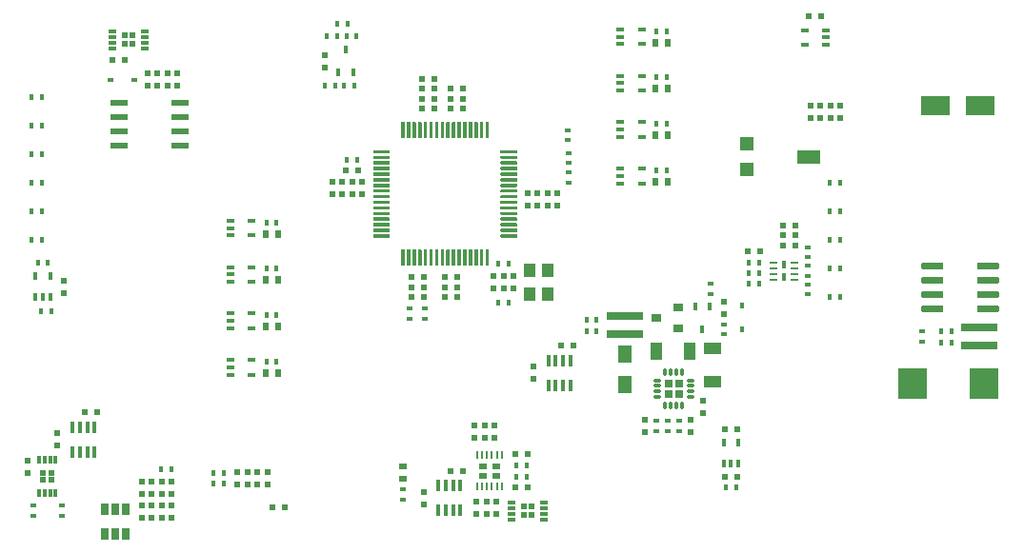
<source format=gbr>
G04 #@! TF.GenerationSoftware,KiCad,Pcbnew,(5.1.4)-1*
G04 #@! TF.CreationDate,2020-06-05T19:42:11-05:00*
G04 #@! TF.ProjectId,Pulse_Oximeter,50756c73-655f-44f7-9869-6d657465722e,rev?*
G04 #@! TF.SameCoordinates,Original*
G04 #@! TF.FileFunction,Paste,Top*
G04 #@! TF.FilePolarity,Positive*
%FSLAX46Y46*%
G04 Gerber Fmt 4.6, Leading zero omitted, Abs format (unit mm)*
G04 Created by KiCad (PCBNEW (5.1.4)-1) date 2020-06-05 19:42:11*
%MOMM*%
%LPD*%
G04 APERTURE LIST*
%ADD10R,0.500000X0.600000*%
%ADD11C,0.100000*%
%ADD12C,0.600000*%
%ADD13R,0.600000X0.500000*%
%ADD14R,2.550000X2.700000*%
%ADD15R,1.600000X1.000000*%
%ADD16R,1.000000X1.600000*%
%ADD17R,2.500000X1.800000*%
%ADD18R,0.450000X0.600000*%
%ADD19R,0.700000X0.600000*%
%ADD20R,0.600000X0.450000*%
%ADD21R,0.600000X0.700000*%
%ADD22R,1.200000X1.500000*%
%ADD23R,0.600000X0.400000*%
%ADD24R,0.400000X0.600000*%
%ADD25R,0.450000X0.700000*%
%ADD26R,0.900000X0.800000*%
%ADD27R,3.200000X0.800000*%
%ADD28R,1.300000X1.300000*%
%ADD29R,2.000000X1.300000*%
%ADD30R,0.700000X0.250000*%
%ADD31R,0.366000X0.660000*%
%ADD32O,0.750000X0.300000*%
%ADD33O,0.300000X0.750000*%
%ADD34R,0.730000X0.730000*%
%ADD35R,0.400000X1.060000*%
%ADD36R,0.300000X0.750000*%
%ADD37C,0.300000*%
%ADD38R,0.250000X0.700000*%
%ADD39R,0.714000X0.498000*%
%ADD40R,0.750000X0.300000*%
%ADD41R,1.550000X0.600000*%
%ADD42R,0.650000X1.060000*%
%ADD43R,0.400000X0.650000*%
%ADD44R,0.650000X0.400000*%
%ADD45R,1.100000X1.300000*%
G04 APERTURE END LIST*
D10*
X155067000Y-103400000D03*
X155067000Y-104500000D03*
D11*
G36*
X201561703Y-88918222D02*
G01*
X201576264Y-88920382D01*
X201590543Y-88923959D01*
X201604403Y-88928918D01*
X201617710Y-88935212D01*
X201630336Y-88942780D01*
X201642159Y-88951548D01*
X201653066Y-88961434D01*
X201662952Y-88972341D01*
X201671720Y-88984164D01*
X201679288Y-88996790D01*
X201685582Y-89010097D01*
X201690541Y-89023957D01*
X201694118Y-89038236D01*
X201696278Y-89052797D01*
X201697000Y-89067500D01*
X201697000Y-89367500D01*
X201696278Y-89382203D01*
X201694118Y-89396764D01*
X201690541Y-89411043D01*
X201685582Y-89424903D01*
X201679288Y-89438210D01*
X201671720Y-89450836D01*
X201662952Y-89462659D01*
X201653066Y-89473566D01*
X201642159Y-89483452D01*
X201630336Y-89492220D01*
X201617710Y-89499788D01*
X201604403Y-89506082D01*
X201590543Y-89511041D01*
X201576264Y-89514618D01*
X201561703Y-89516778D01*
X201547000Y-89517500D01*
X199897000Y-89517500D01*
X199882297Y-89516778D01*
X199867736Y-89514618D01*
X199853457Y-89511041D01*
X199839597Y-89506082D01*
X199826290Y-89499788D01*
X199813664Y-89492220D01*
X199801841Y-89483452D01*
X199790934Y-89473566D01*
X199781048Y-89462659D01*
X199772280Y-89450836D01*
X199764712Y-89438210D01*
X199758418Y-89424903D01*
X199753459Y-89411043D01*
X199749882Y-89396764D01*
X199747722Y-89382203D01*
X199747000Y-89367500D01*
X199747000Y-89067500D01*
X199747722Y-89052797D01*
X199749882Y-89038236D01*
X199753459Y-89023957D01*
X199758418Y-89010097D01*
X199764712Y-88996790D01*
X199772280Y-88984164D01*
X199781048Y-88972341D01*
X199790934Y-88961434D01*
X199801841Y-88951548D01*
X199813664Y-88942780D01*
X199826290Y-88935212D01*
X199839597Y-88928918D01*
X199853457Y-88923959D01*
X199867736Y-88920382D01*
X199882297Y-88918222D01*
X199897000Y-88917500D01*
X201547000Y-88917500D01*
X201561703Y-88918222D01*
X201561703Y-88918222D01*
G37*
D12*
X200722000Y-89217500D03*
D11*
G36*
X201561703Y-90188222D02*
G01*
X201576264Y-90190382D01*
X201590543Y-90193959D01*
X201604403Y-90198918D01*
X201617710Y-90205212D01*
X201630336Y-90212780D01*
X201642159Y-90221548D01*
X201653066Y-90231434D01*
X201662952Y-90242341D01*
X201671720Y-90254164D01*
X201679288Y-90266790D01*
X201685582Y-90280097D01*
X201690541Y-90293957D01*
X201694118Y-90308236D01*
X201696278Y-90322797D01*
X201697000Y-90337500D01*
X201697000Y-90637500D01*
X201696278Y-90652203D01*
X201694118Y-90666764D01*
X201690541Y-90681043D01*
X201685582Y-90694903D01*
X201679288Y-90708210D01*
X201671720Y-90720836D01*
X201662952Y-90732659D01*
X201653066Y-90743566D01*
X201642159Y-90753452D01*
X201630336Y-90762220D01*
X201617710Y-90769788D01*
X201604403Y-90776082D01*
X201590543Y-90781041D01*
X201576264Y-90784618D01*
X201561703Y-90786778D01*
X201547000Y-90787500D01*
X199897000Y-90787500D01*
X199882297Y-90786778D01*
X199867736Y-90784618D01*
X199853457Y-90781041D01*
X199839597Y-90776082D01*
X199826290Y-90769788D01*
X199813664Y-90762220D01*
X199801841Y-90753452D01*
X199790934Y-90743566D01*
X199781048Y-90732659D01*
X199772280Y-90720836D01*
X199764712Y-90708210D01*
X199758418Y-90694903D01*
X199753459Y-90681043D01*
X199749882Y-90666764D01*
X199747722Y-90652203D01*
X199747000Y-90637500D01*
X199747000Y-90337500D01*
X199747722Y-90322797D01*
X199749882Y-90308236D01*
X199753459Y-90293957D01*
X199758418Y-90280097D01*
X199764712Y-90266790D01*
X199772280Y-90254164D01*
X199781048Y-90242341D01*
X199790934Y-90231434D01*
X199801841Y-90221548D01*
X199813664Y-90212780D01*
X199826290Y-90205212D01*
X199839597Y-90198918D01*
X199853457Y-90193959D01*
X199867736Y-90190382D01*
X199882297Y-90188222D01*
X199897000Y-90187500D01*
X201547000Y-90187500D01*
X201561703Y-90188222D01*
X201561703Y-90188222D01*
G37*
D12*
X200722000Y-90487500D03*
D11*
G36*
X201561703Y-91458222D02*
G01*
X201576264Y-91460382D01*
X201590543Y-91463959D01*
X201604403Y-91468918D01*
X201617710Y-91475212D01*
X201630336Y-91482780D01*
X201642159Y-91491548D01*
X201653066Y-91501434D01*
X201662952Y-91512341D01*
X201671720Y-91524164D01*
X201679288Y-91536790D01*
X201685582Y-91550097D01*
X201690541Y-91563957D01*
X201694118Y-91578236D01*
X201696278Y-91592797D01*
X201697000Y-91607500D01*
X201697000Y-91907500D01*
X201696278Y-91922203D01*
X201694118Y-91936764D01*
X201690541Y-91951043D01*
X201685582Y-91964903D01*
X201679288Y-91978210D01*
X201671720Y-91990836D01*
X201662952Y-92002659D01*
X201653066Y-92013566D01*
X201642159Y-92023452D01*
X201630336Y-92032220D01*
X201617710Y-92039788D01*
X201604403Y-92046082D01*
X201590543Y-92051041D01*
X201576264Y-92054618D01*
X201561703Y-92056778D01*
X201547000Y-92057500D01*
X199897000Y-92057500D01*
X199882297Y-92056778D01*
X199867736Y-92054618D01*
X199853457Y-92051041D01*
X199839597Y-92046082D01*
X199826290Y-92039788D01*
X199813664Y-92032220D01*
X199801841Y-92023452D01*
X199790934Y-92013566D01*
X199781048Y-92002659D01*
X199772280Y-91990836D01*
X199764712Y-91978210D01*
X199758418Y-91964903D01*
X199753459Y-91951043D01*
X199749882Y-91936764D01*
X199747722Y-91922203D01*
X199747000Y-91907500D01*
X199747000Y-91607500D01*
X199747722Y-91592797D01*
X199749882Y-91578236D01*
X199753459Y-91563957D01*
X199758418Y-91550097D01*
X199764712Y-91536790D01*
X199772280Y-91524164D01*
X199781048Y-91512341D01*
X199790934Y-91501434D01*
X199801841Y-91491548D01*
X199813664Y-91482780D01*
X199826290Y-91475212D01*
X199839597Y-91468918D01*
X199853457Y-91463959D01*
X199867736Y-91460382D01*
X199882297Y-91458222D01*
X199897000Y-91457500D01*
X201547000Y-91457500D01*
X201561703Y-91458222D01*
X201561703Y-91458222D01*
G37*
D12*
X200722000Y-91757500D03*
D11*
G36*
X201561703Y-92728222D02*
G01*
X201576264Y-92730382D01*
X201590543Y-92733959D01*
X201604403Y-92738918D01*
X201617710Y-92745212D01*
X201630336Y-92752780D01*
X201642159Y-92761548D01*
X201653066Y-92771434D01*
X201662952Y-92782341D01*
X201671720Y-92794164D01*
X201679288Y-92806790D01*
X201685582Y-92820097D01*
X201690541Y-92833957D01*
X201694118Y-92848236D01*
X201696278Y-92862797D01*
X201697000Y-92877500D01*
X201697000Y-93177500D01*
X201696278Y-93192203D01*
X201694118Y-93206764D01*
X201690541Y-93221043D01*
X201685582Y-93234903D01*
X201679288Y-93248210D01*
X201671720Y-93260836D01*
X201662952Y-93272659D01*
X201653066Y-93283566D01*
X201642159Y-93293452D01*
X201630336Y-93302220D01*
X201617710Y-93309788D01*
X201604403Y-93316082D01*
X201590543Y-93321041D01*
X201576264Y-93324618D01*
X201561703Y-93326778D01*
X201547000Y-93327500D01*
X199897000Y-93327500D01*
X199882297Y-93326778D01*
X199867736Y-93324618D01*
X199853457Y-93321041D01*
X199839597Y-93316082D01*
X199826290Y-93309788D01*
X199813664Y-93302220D01*
X199801841Y-93293452D01*
X199790934Y-93283566D01*
X199781048Y-93272659D01*
X199772280Y-93260836D01*
X199764712Y-93248210D01*
X199758418Y-93234903D01*
X199753459Y-93221043D01*
X199749882Y-93206764D01*
X199747722Y-93192203D01*
X199747000Y-93177500D01*
X199747000Y-92877500D01*
X199747722Y-92862797D01*
X199749882Y-92848236D01*
X199753459Y-92833957D01*
X199758418Y-92820097D01*
X199764712Y-92806790D01*
X199772280Y-92794164D01*
X199781048Y-92782341D01*
X199790934Y-92771434D01*
X199801841Y-92761548D01*
X199813664Y-92752780D01*
X199826290Y-92745212D01*
X199839597Y-92738918D01*
X199853457Y-92733959D01*
X199867736Y-92730382D01*
X199882297Y-92728222D01*
X199897000Y-92727500D01*
X201547000Y-92727500D01*
X201561703Y-92728222D01*
X201561703Y-92728222D01*
G37*
D12*
X200722000Y-93027500D03*
D11*
G36*
X196611703Y-92728222D02*
G01*
X196626264Y-92730382D01*
X196640543Y-92733959D01*
X196654403Y-92738918D01*
X196667710Y-92745212D01*
X196680336Y-92752780D01*
X196692159Y-92761548D01*
X196703066Y-92771434D01*
X196712952Y-92782341D01*
X196721720Y-92794164D01*
X196729288Y-92806790D01*
X196735582Y-92820097D01*
X196740541Y-92833957D01*
X196744118Y-92848236D01*
X196746278Y-92862797D01*
X196747000Y-92877500D01*
X196747000Y-93177500D01*
X196746278Y-93192203D01*
X196744118Y-93206764D01*
X196740541Y-93221043D01*
X196735582Y-93234903D01*
X196729288Y-93248210D01*
X196721720Y-93260836D01*
X196712952Y-93272659D01*
X196703066Y-93283566D01*
X196692159Y-93293452D01*
X196680336Y-93302220D01*
X196667710Y-93309788D01*
X196654403Y-93316082D01*
X196640543Y-93321041D01*
X196626264Y-93324618D01*
X196611703Y-93326778D01*
X196597000Y-93327500D01*
X194947000Y-93327500D01*
X194932297Y-93326778D01*
X194917736Y-93324618D01*
X194903457Y-93321041D01*
X194889597Y-93316082D01*
X194876290Y-93309788D01*
X194863664Y-93302220D01*
X194851841Y-93293452D01*
X194840934Y-93283566D01*
X194831048Y-93272659D01*
X194822280Y-93260836D01*
X194814712Y-93248210D01*
X194808418Y-93234903D01*
X194803459Y-93221043D01*
X194799882Y-93206764D01*
X194797722Y-93192203D01*
X194797000Y-93177500D01*
X194797000Y-92877500D01*
X194797722Y-92862797D01*
X194799882Y-92848236D01*
X194803459Y-92833957D01*
X194808418Y-92820097D01*
X194814712Y-92806790D01*
X194822280Y-92794164D01*
X194831048Y-92782341D01*
X194840934Y-92771434D01*
X194851841Y-92761548D01*
X194863664Y-92752780D01*
X194876290Y-92745212D01*
X194889597Y-92738918D01*
X194903457Y-92733959D01*
X194917736Y-92730382D01*
X194932297Y-92728222D01*
X194947000Y-92727500D01*
X196597000Y-92727500D01*
X196611703Y-92728222D01*
X196611703Y-92728222D01*
G37*
D12*
X195772000Y-93027500D03*
D11*
G36*
X196611703Y-91458222D02*
G01*
X196626264Y-91460382D01*
X196640543Y-91463959D01*
X196654403Y-91468918D01*
X196667710Y-91475212D01*
X196680336Y-91482780D01*
X196692159Y-91491548D01*
X196703066Y-91501434D01*
X196712952Y-91512341D01*
X196721720Y-91524164D01*
X196729288Y-91536790D01*
X196735582Y-91550097D01*
X196740541Y-91563957D01*
X196744118Y-91578236D01*
X196746278Y-91592797D01*
X196747000Y-91607500D01*
X196747000Y-91907500D01*
X196746278Y-91922203D01*
X196744118Y-91936764D01*
X196740541Y-91951043D01*
X196735582Y-91964903D01*
X196729288Y-91978210D01*
X196721720Y-91990836D01*
X196712952Y-92002659D01*
X196703066Y-92013566D01*
X196692159Y-92023452D01*
X196680336Y-92032220D01*
X196667710Y-92039788D01*
X196654403Y-92046082D01*
X196640543Y-92051041D01*
X196626264Y-92054618D01*
X196611703Y-92056778D01*
X196597000Y-92057500D01*
X194947000Y-92057500D01*
X194932297Y-92056778D01*
X194917736Y-92054618D01*
X194903457Y-92051041D01*
X194889597Y-92046082D01*
X194876290Y-92039788D01*
X194863664Y-92032220D01*
X194851841Y-92023452D01*
X194840934Y-92013566D01*
X194831048Y-92002659D01*
X194822280Y-91990836D01*
X194814712Y-91978210D01*
X194808418Y-91964903D01*
X194803459Y-91951043D01*
X194799882Y-91936764D01*
X194797722Y-91922203D01*
X194797000Y-91907500D01*
X194797000Y-91607500D01*
X194797722Y-91592797D01*
X194799882Y-91578236D01*
X194803459Y-91563957D01*
X194808418Y-91550097D01*
X194814712Y-91536790D01*
X194822280Y-91524164D01*
X194831048Y-91512341D01*
X194840934Y-91501434D01*
X194851841Y-91491548D01*
X194863664Y-91482780D01*
X194876290Y-91475212D01*
X194889597Y-91468918D01*
X194903457Y-91463959D01*
X194917736Y-91460382D01*
X194932297Y-91458222D01*
X194947000Y-91457500D01*
X196597000Y-91457500D01*
X196611703Y-91458222D01*
X196611703Y-91458222D01*
G37*
D12*
X195772000Y-91757500D03*
D11*
G36*
X196611703Y-90188222D02*
G01*
X196626264Y-90190382D01*
X196640543Y-90193959D01*
X196654403Y-90198918D01*
X196667710Y-90205212D01*
X196680336Y-90212780D01*
X196692159Y-90221548D01*
X196703066Y-90231434D01*
X196712952Y-90242341D01*
X196721720Y-90254164D01*
X196729288Y-90266790D01*
X196735582Y-90280097D01*
X196740541Y-90293957D01*
X196744118Y-90308236D01*
X196746278Y-90322797D01*
X196747000Y-90337500D01*
X196747000Y-90637500D01*
X196746278Y-90652203D01*
X196744118Y-90666764D01*
X196740541Y-90681043D01*
X196735582Y-90694903D01*
X196729288Y-90708210D01*
X196721720Y-90720836D01*
X196712952Y-90732659D01*
X196703066Y-90743566D01*
X196692159Y-90753452D01*
X196680336Y-90762220D01*
X196667710Y-90769788D01*
X196654403Y-90776082D01*
X196640543Y-90781041D01*
X196626264Y-90784618D01*
X196611703Y-90786778D01*
X196597000Y-90787500D01*
X194947000Y-90787500D01*
X194932297Y-90786778D01*
X194917736Y-90784618D01*
X194903457Y-90781041D01*
X194889597Y-90776082D01*
X194876290Y-90769788D01*
X194863664Y-90762220D01*
X194851841Y-90753452D01*
X194840934Y-90743566D01*
X194831048Y-90732659D01*
X194822280Y-90720836D01*
X194814712Y-90708210D01*
X194808418Y-90694903D01*
X194803459Y-90681043D01*
X194799882Y-90666764D01*
X194797722Y-90652203D01*
X194797000Y-90637500D01*
X194797000Y-90337500D01*
X194797722Y-90322797D01*
X194799882Y-90308236D01*
X194803459Y-90293957D01*
X194808418Y-90280097D01*
X194814712Y-90266790D01*
X194822280Y-90254164D01*
X194831048Y-90242341D01*
X194840934Y-90231434D01*
X194851841Y-90221548D01*
X194863664Y-90212780D01*
X194876290Y-90205212D01*
X194889597Y-90198918D01*
X194903457Y-90193959D01*
X194917736Y-90190382D01*
X194932297Y-90188222D01*
X194947000Y-90187500D01*
X196597000Y-90187500D01*
X196611703Y-90188222D01*
X196611703Y-90188222D01*
G37*
D12*
X195772000Y-90487500D03*
D11*
G36*
X196611703Y-88918222D02*
G01*
X196626264Y-88920382D01*
X196640543Y-88923959D01*
X196654403Y-88928918D01*
X196667710Y-88935212D01*
X196680336Y-88942780D01*
X196692159Y-88951548D01*
X196703066Y-88961434D01*
X196712952Y-88972341D01*
X196721720Y-88984164D01*
X196729288Y-88996790D01*
X196735582Y-89010097D01*
X196740541Y-89023957D01*
X196744118Y-89038236D01*
X196746278Y-89052797D01*
X196747000Y-89067500D01*
X196747000Y-89367500D01*
X196746278Y-89382203D01*
X196744118Y-89396764D01*
X196740541Y-89411043D01*
X196735582Y-89424903D01*
X196729288Y-89438210D01*
X196721720Y-89450836D01*
X196712952Y-89462659D01*
X196703066Y-89473566D01*
X196692159Y-89483452D01*
X196680336Y-89492220D01*
X196667710Y-89499788D01*
X196654403Y-89506082D01*
X196640543Y-89511041D01*
X196626264Y-89514618D01*
X196611703Y-89516778D01*
X196597000Y-89517500D01*
X194947000Y-89517500D01*
X194932297Y-89516778D01*
X194917736Y-89514618D01*
X194903457Y-89511041D01*
X194889597Y-89506082D01*
X194876290Y-89499788D01*
X194863664Y-89492220D01*
X194851841Y-89483452D01*
X194840934Y-89473566D01*
X194831048Y-89462659D01*
X194822280Y-89450836D01*
X194814712Y-89438210D01*
X194808418Y-89424903D01*
X194803459Y-89411043D01*
X194799882Y-89396764D01*
X194797722Y-89382203D01*
X194797000Y-89367500D01*
X194797000Y-89067500D01*
X194797722Y-89052797D01*
X194799882Y-89038236D01*
X194803459Y-89023957D01*
X194808418Y-89010097D01*
X194814712Y-88996790D01*
X194822280Y-88984164D01*
X194831048Y-88972341D01*
X194840934Y-88961434D01*
X194851841Y-88951548D01*
X194863664Y-88942780D01*
X194876290Y-88935212D01*
X194889597Y-88928918D01*
X194903457Y-88923959D01*
X194917736Y-88920382D01*
X194932297Y-88918222D01*
X194947000Y-88917500D01*
X196597000Y-88917500D01*
X196611703Y-88918222D01*
X196611703Y-88918222D01*
G37*
D12*
X195772000Y-89217500D03*
D13*
X183557000Y-85598000D03*
X182457000Y-85598000D03*
X183557000Y-86487000D03*
X182457000Y-86487000D03*
X182457000Y-87376000D03*
X183557000Y-87376000D03*
X179346000Y-87947500D03*
X180446000Y-87947500D03*
D14*
X200343000Y-99695000D03*
X193993000Y-99695000D03*
D15*
X176212000Y-96544000D03*
X176212000Y-99544000D03*
D10*
X177228000Y-92414000D03*
X177228000Y-93514000D03*
X174244000Y-103992000D03*
X174244000Y-102892000D03*
X175387000Y-101177000D03*
X175387000Y-102277000D03*
D16*
X171220000Y-96837500D03*
X174220000Y-96837500D03*
D10*
X170180000Y-103992000D03*
X170180000Y-102892000D03*
D13*
X163872000Y-96329500D03*
X162772000Y-96329500D03*
D10*
X160338000Y-99292500D03*
X160338000Y-98192500D03*
X115316000Y-106574000D03*
X115316000Y-107674000D03*
D13*
X120418000Y-102235000D03*
X121518000Y-102235000D03*
D10*
X117983000Y-104098000D03*
X117983000Y-105198000D03*
D13*
X137118000Y-110680000D03*
X138218000Y-110680000D03*
D10*
X141796000Y-71543000D03*
X141796000Y-70443000D03*
X161544000Y-82762000D03*
X161544000Y-83862000D03*
X143320000Y-81746000D03*
X143320000Y-82846000D03*
X142430000Y-81746000D03*
X142430000Y-82846000D03*
X160655000Y-82762000D03*
X160655000Y-83862000D03*
X144208000Y-81746000D03*
X144208000Y-82846000D03*
X159766000Y-83862000D03*
X159766000Y-82762000D03*
X145098000Y-82846000D03*
X145098000Y-81746000D03*
D13*
X154030000Y-73469500D03*
X152930000Y-73469500D03*
X151490000Y-72580500D03*
X150390000Y-72580500D03*
X154030000Y-74358500D03*
X152930000Y-74358500D03*
X152930000Y-75247500D03*
X154030000Y-75247500D03*
X151490000Y-73469500D03*
X150390000Y-73469500D03*
D10*
X162433000Y-82762000D03*
X162433000Y-83862000D03*
D13*
X151490000Y-74358500D03*
X150390000Y-74358500D03*
X150390000Y-75247500D03*
X151490000Y-75247500D03*
X153522000Y-91948000D03*
X152422000Y-91948000D03*
X149437000Y-92011500D03*
X150537000Y-92011500D03*
X153522000Y-91122500D03*
X152422000Y-91122500D03*
X149437000Y-91122500D03*
X150537000Y-91122500D03*
X152422000Y-90233500D03*
X153522000Y-90233500D03*
X150537000Y-90233500D03*
X149437000Y-90233500D03*
D10*
X156782000Y-91228000D03*
X156782000Y-90128000D03*
X157670000Y-91228000D03*
X157670000Y-90128000D03*
X158560000Y-90128000D03*
X158560000Y-91228000D03*
X156146000Y-110194000D03*
X156146000Y-111294000D03*
X155258000Y-111294000D03*
X155258000Y-110194000D03*
X155956000Y-104500000D03*
X155956000Y-103400000D03*
X156845000Y-103400000D03*
X156845000Y-104500000D03*
D13*
X159808000Y-108902000D03*
X158708000Y-108902000D03*
X158708000Y-105982000D03*
X159808000Y-105982000D03*
X154030000Y-107442000D03*
X152930000Y-107442000D03*
D10*
X150558000Y-110405000D03*
X150558000Y-109305000D03*
X157036000Y-111294000D03*
X157036000Y-110194000D03*
X125984000Y-72094000D03*
X125984000Y-73194000D03*
X127762000Y-73194000D03*
X127762000Y-72094000D03*
X126873000Y-72094000D03*
X126873000Y-73194000D03*
X128651000Y-73194000D03*
X128651000Y-72094000D03*
X136652000Y-107527000D03*
X136652000Y-108627000D03*
X135763000Y-108627000D03*
X135763000Y-107527000D03*
X133985000Y-107527000D03*
X133985000Y-108627000D03*
X134874000Y-108627000D03*
X134874000Y-107527000D03*
D13*
X144756000Y-80729000D03*
X143656000Y-80729000D03*
D10*
X125476000Y-109516000D03*
X125476000Y-108416000D03*
X126365000Y-109516000D03*
X126365000Y-108416000D03*
X127254000Y-108416000D03*
X127254000Y-109516000D03*
X128143000Y-108416000D03*
X128143000Y-109516000D03*
X126365000Y-111612000D03*
X126365000Y-110512000D03*
X127254000Y-110512000D03*
X127254000Y-111612000D03*
X128143000Y-111612000D03*
X128143000Y-110512000D03*
X125476000Y-110512000D03*
X125476000Y-111612000D03*
X185801000Y-76051500D03*
X185801000Y-74951500D03*
X184912000Y-76051500D03*
X184912000Y-74951500D03*
X118554000Y-91609000D03*
X118554000Y-90509000D03*
X186690000Y-76051500D03*
X186690000Y-74951500D03*
X187579000Y-74951500D03*
X187579000Y-76051500D03*
D13*
X178414000Y-107950000D03*
X177314000Y-107950000D03*
X177314000Y-103759000D03*
X178414000Y-103759000D03*
X184806000Y-66992500D03*
X185906000Y-66992500D03*
X122894000Y-70866000D03*
X123994000Y-70866000D03*
D17*
X196056000Y-74993500D03*
X200056000Y-74993500D03*
D18*
X178816000Y-94839500D03*
X178816000Y-92739500D03*
D19*
X148717000Y-108182000D03*
X148717000Y-107082000D03*
D20*
X122712000Y-72707500D03*
X124812000Y-72707500D03*
D21*
X172254000Y-69405500D03*
X171154000Y-69405500D03*
X172254000Y-81724500D03*
X171154000Y-81724500D03*
X171154000Y-77597000D03*
X172254000Y-77597000D03*
X171154000Y-73469500D03*
X172254000Y-73469500D03*
X136483000Y-86360000D03*
X137583000Y-86360000D03*
X137583000Y-90487500D03*
X136483000Y-90487500D03*
X136483000Y-94615000D03*
X137583000Y-94615000D03*
X136483000Y-98742500D03*
X137583000Y-98742500D03*
D22*
X168402000Y-99775000D03*
X168402000Y-97075000D03*
D23*
X149288000Y-93022000D03*
X149288000Y-93922000D03*
X150686000Y-93922000D03*
X150686000Y-93022000D03*
D24*
X157220000Y-92456000D03*
X158120000Y-92456000D03*
D25*
X175974000Y-92853000D03*
X174674000Y-92853000D03*
X175324000Y-94853000D03*
D26*
X173212000Y-94803000D03*
X173212000Y-92903000D03*
X171212000Y-93853000D03*
D25*
X143637000Y-69993000D03*
X144287000Y-71993000D03*
X142987000Y-71993000D03*
D23*
X184658000Y-87561000D03*
X184658000Y-88461000D03*
X184658000Y-90112000D03*
X184658000Y-89212000D03*
X184658000Y-90863000D03*
X184658000Y-91763000D03*
D24*
X180346000Y-90805000D03*
X179446000Y-90805000D03*
X180346000Y-89852500D03*
X179446000Y-89852500D03*
X197490000Y-94996000D03*
X196590000Y-94996000D03*
D27*
X199962000Y-94704000D03*
X199962000Y-96304000D03*
D24*
X180346000Y-88900000D03*
X179446000Y-88900000D03*
X196590000Y-96012000D03*
X197490000Y-96012000D03*
D23*
X194818000Y-95054000D03*
X194818000Y-95954000D03*
X176022000Y-91699500D03*
X176022000Y-90799500D03*
X171196000Y-103892000D03*
X171196000Y-102992000D03*
X177228000Y-95319000D03*
X177228000Y-94419000D03*
D24*
X165931000Y-94996000D03*
X165031000Y-94996000D03*
D27*
X168402000Y-95288000D03*
X168402000Y-93688000D03*
D24*
X165031000Y-93980000D03*
X165931000Y-93980000D03*
D23*
X172212000Y-102992000D03*
X172212000Y-103892000D03*
X173228000Y-102992000D03*
X173228000Y-103892000D03*
X118364000Y-111448000D03*
X118364000Y-110548000D03*
X115888000Y-111448000D03*
X115888000Y-110548000D03*
D24*
X141790000Y-73215500D03*
X142690000Y-73215500D03*
X144404000Y-73215500D03*
X143504000Y-73215500D03*
X143695000Y-68770500D03*
X144595000Y-68770500D03*
X141980000Y-68770500D03*
X142880000Y-68770500D03*
X142870000Y-67691000D03*
X143770000Y-67691000D03*
X158120000Y-89027000D03*
X157220000Y-89027000D03*
X158808000Y-107950000D03*
X159708000Y-107950000D03*
X158808000Y-106934000D03*
X159708000Y-106934000D03*
D23*
X148717000Y-109988000D03*
X148717000Y-109088000D03*
D24*
X143758000Y-79756000D03*
X144658000Y-79756000D03*
X131884000Y-107632000D03*
X132784000Y-107632000D03*
X132784000Y-108585000D03*
X131884000Y-108585000D03*
X128148000Y-107315000D03*
X127248000Y-107315000D03*
X117480000Y-93218000D03*
X116580000Y-93218000D03*
X186684000Y-81788000D03*
X187584000Y-81788000D03*
X186684000Y-84328000D03*
X187584000Y-84328000D03*
X117163000Y-88963500D03*
X116263000Y-88963500D03*
X186684000Y-86868000D03*
X187584000Y-86868000D03*
X178314000Y-108902000D03*
X177414000Y-108902000D03*
X171254000Y-68326000D03*
X172154000Y-68326000D03*
X171254000Y-80708500D03*
X172154000Y-80708500D03*
X171254000Y-76581000D03*
X172154000Y-76581000D03*
X171254000Y-72453500D03*
X172154000Y-72453500D03*
X137483000Y-85344000D03*
X136583000Y-85344000D03*
X136583000Y-89471500D03*
X137483000Y-89471500D03*
X137483000Y-93599000D03*
X136583000Y-93599000D03*
X137483000Y-97726500D03*
X136583000Y-97726500D03*
D23*
X163449000Y-79179000D03*
X163449000Y-80079000D03*
X163449000Y-80893500D03*
X163449000Y-81793500D03*
D28*
X179241000Y-78352000D03*
D29*
X184741000Y-79502000D03*
D28*
X179241000Y-80652000D03*
D30*
X183487000Y-90412000D03*
X183487000Y-89912000D03*
X183487000Y-89412000D03*
X183487000Y-88912000D03*
X181637000Y-88912000D03*
X181637000Y-89412000D03*
X181637000Y-89912000D03*
X181637000Y-90412000D03*
D31*
X182562000Y-89112000D03*
X182562000Y-90212000D03*
D32*
X171309000Y-99390000D03*
X171309000Y-99890000D03*
X171309000Y-100390000D03*
X171309000Y-100890000D03*
D33*
X172034000Y-101615000D03*
X172534000Y-101615000D03*
X173034000Y-101615000D03*
X173534000Y-101615000D03*
D32*
X174259000Y-100890000D03*
X174259000Y-100390000D03*
X174259000Y-99890000D03*
X174259000Y-99390000D03*
D33*
X173534000Y-98665000D03*
X173034000Y-98665000D03*
X172534000Y-98665000D03*
X172034000Y-98665000D03*
D34*
X172334000Y-100590000D03*
X173234000Y-100590000D03*
X173234000Y-99690000D03*
X172334000Y-99690000D03*
D35*
X163604000Y-99842500D03*
X162954000Y-99842500D03*
X162294000Y-99842500D03*
X161644000Y-99842500D03*
X161644000Y-97642500D03*
X162294000Y-97642500D03*
X162954000Y-97642500D03*
X163604000Y-97642500D03*
D36*
X116348000Y-109390000D03*
X116848000Y-109390000D03*
X117348000Y-109390000D03*
X117848000Y-109390000D03*
X117848000Y-106490000D03*
X117348000Y-106490000D03*
X116848000Y-106490000D03*
X116348000Y-106490000D03*
D13*
X116723000Y-108265000D03*
X117473000Y-108265000D03*
X116723000Y-107615000D03*
X117473000Y-107615000D03*
D35*
X121312000Y-103548000D03*
X120662000Y-103548000D03*
X120002000Y-103548000D03*
X119352000Y-103548000D03*
X119352000Y-105748000D03*
X120002000Y-105748000D03*
X120662000Y-105748000D03*
X121312000Y-105748000D03*
D11*
G36*
X148796351Y-76404361D02*
G01*
X148803632Y-76405441D01*
X148810771Y-76407229D01*
X148817701Y-76409709D01*
X148824355Y-76412856D01*
X148830668Y-76416640D01*
X148836579Y-76421024D01*
X148842033Y-76425967D01*
X148846976Y-76431421D01*
X148851360Y-76437332D01*
X148855144Y-76443645D01*
X148858291Y-76450299D01*
X148860771Y-76457229D01*
X148862559Y-76464368D01*
X148863639Y-76471649D01*
X148864000Y-76479000D01*
X148864000Y-77804000D01*
X148863639Y-77811351D01*
X148862559Y-77818632D01*
X148860771Y-77825771D01*
X148858291Y-77832701D01*
X148855144Y-77839355D01*
X148851360Y-77845668D01*
X148846976Y-77851579D01*
X148842033Y-77857033D01*
X148836579Y-77861976D01*
X148830668Y-77866360D01*
X148824355Y-77870144D01*
X148817701Y-77873291D01*
X148810771Y-77875771D01*
X148803632Y-77877559D01*
X148796351Y-77878639D01*
X148789000Y-77879000D01*
X148639000Y-77879000D01*
X148631649Y-77878639D01*
X148624368Y-77877559D01*
X148617229Y-77875771D01*
X148610299Y-77873291D01*
X148603645Y-77870144D01*
X148597332Y-77866360D01*
X148591421Y-77861976D01*
X148585967Y-77857033D01*
X148581024Y-77851579D01*
X148576640Y-77845668D01*
X148572856Y-77839355D01*
X148569709Y-77832701D01*
X148567229Y-77825771D01*
X148565441Y-77818632D01*
X148564361Y-77811351D01*
X148564000Y-77804000D01*
X148564000Y-76479000D01*
X148564361Y-76471649D01*
X148565441Y-76464368D01*
X148567229Y-76457229D01*
X148569709Y-76450299D01*
X148572856Y-76443645D01*
X148576640Y-76437332D01*
X148581024Y-76431421D01*
X148585967Y-76425967D01*
X148591421Y-76421024D01*
X148597332Y-76416640D01*
X148603645Y-76412856D01*
X148610299Y-76409709D01*
X148617229Y-76407229D01*
X148624368Y-76405441D01*
X148631649Y-76404361D01*
X148639000Y-76404000D01*
X148789000Y-76404000D01*
X148796351Y-76404361D01*
X148796351Y-76404361D01*
G37*
D37*
X148714000Y-77141500D03*
D11*
G36*
X149296351Y-76404361D02*
G01*
X149303632Y-76405441D01*
X149310771Y-76407229D01*
X149317701Y-76409709D01*
X149324355Y-76412856D01*
X149330668Y-76416640D01*
X149336579Y-76421024D01*
X149342033Y-76425967D01*
X149346976Y-76431421D01*
X149351360Y-76437332D01*
X149355144Y-76443645D01*
X149358291Y-76450299D01*
X149360771Y-76457229D01*
X149362559Y-76464368D01*
X149363639Y-76471649D01*
X149364000Y-76479000D01*
X149364000Y-77804000D01*
X149363639Y-77811351D01*
X149362559Y-77818632D01*
X149360771Y-77825771D01*
X149358291Y-77832701D01*
X149355144Y-77839355D01*
X149351360Y-77845668D01*
X149346976Y-77851579D01*
X149342033Y-77857033D01*
X149336579Y-77861976D01*
X149330668Y-77866360D01*
X149324355Y-77870144D01*
X149317701Y-77873291D01*
X149310771Y-77875771D01*
X149303632Y-77877559D01*
X149296351Y-77878639D01*
X149289000Y-77879000D01*
X149139000Y-77879000D01*
X149131649Y-77878639D01*
X149124368Y-77877559D01*
X149117229Y-77875771D01*
X149110299Y-77873291D01*
X149103645Y-77870144D01*
X149097332Y-77866360D01*
X149091421Y-77861976D01*
X149085967Y-77857033D01*
X149081024Y-77851579D01*
X149076640Y-77845668D01*
X149072856Y-77839355D01*
X149069709Y-77832701D01*
X149067229Y-77825771D01*
X149065441Y-77818632D01*
X149064361Y-77811351D01*
X149064000Y-77804000D01*
X149064000Y-76479000D01*
X149064361Y-76471649D01*
X149065441Y-76464368D01*
X149067229Y-76457229D01*
X149069709Y-76450299D01*
X149072856Y-76443645D01*
X149076640Y-76437332D01*
X149081024Y-76431421D01*
X149085967Y-76425967D01*
X149091421Y-76421024D01*
X149097332Y-76416640D01*
X149103645Y-76412856D01*
X149110299Y-76409709D01*
X149117229Y-76407229D01*
X149124368Y-76405441D01*
X149131649Y-76404361D01*
X149139000Y-76404000D01*
X149289000Y-76404000D01*
X149296351Y-76404361D01*
X149296351Y-76404361D01*
G37*
D37*
X149214000Y-77141500D03*
D11*
G36*
X149796351Y-76404361D02*
G01*
X149803632Y-76405441D01*
X149810771Y-76407229D01*
X149817701Y-76409709D01*
X149824355Y-76412856D01*
X149830668Y-76416640D01*
X149836579Y-76421024D01*
X149842033Y-76425967D01*
X149846976Y-76431421D01*
X149851360Y-76437332D01*
X149855144Y-76443645D01*
X149858291Y-76450299D01*
X149860771Y-76457229D01*
X149862559Y-76464368D01*
X149863639Y-76471649D01*
X149864000Y-76479000D01*
X149864000Y-77804000D01*
X149863639Y-77811351D01*
X149862559Y-77818632D01*
X149860771Y-77825771D01*
X149858291Y-77832701D01*
X149855144Y-77839355D01*
X149851360Y-77845668D01*
X149846976Y-77851579D01*
X149842033Y-77857033D01*
X149836579Y-77861976D01*
X149830668Y-77866360D01*
X149824355Y-77870144D01*
X149817701Y-77873291D01*
X149810771Y-77875771D01*
X149803632Y-77877559D01*
X149796351Y-77878639D01*
X149789000Y-77879000D01*
X149639000Y-77879000D01*
X149631649Y-77878639D01*
X149624368Y-77877559D01*
X149617229Y-77875771D01*
X149610299Y-77873291D01*
X149603645Y-77870144D01*
X149597332Y-77866360D01*
X149591421Y-77861976D01*
X149585967Y-77857033D01*
X149581024Y-77851579D01*
X149576640Y-77845668D01*
X149572856Y-77839355D01*
X149569709Y-77832701D01*
X149567229Y-77825771D01*
X149565441Y-77818632D01*
X149564361Y-77811351D01*
X149564000Y-77804000D01*
X149564000Y-76479000D01*
X149564361Y-76471649D01*
X149565441Y-76464368D01*
X149567229Y-76457229D01*
X149569709Y-76450299D01*
X149572856Y-76443645D01*
X149576640Y-76437332D01*
X149581024Y-76431421D01*
X149585967Y-76425967D01*
X149591421Y-76421024D01*
X149597332Y-76416640D01*
X149603645Y-76412856D01*
X149610299Y-76409709D01*
X149617229Y-76407229D01*
X149624368Y-76405441D01*
X149631649Y-76404361D01*
X149639000Y-76404000D01*
X149789000Y-76404000D01*
X149796351Y-76404361D01*
X149796351Y-76404361D01*
G37*
D37*
X149714000Y-77141500D03*
D11*
G36*
X150296351Y-76404361D02*
G01*
X150303632Y-76405441D01*
X150310771Y-76407229D01*
X150317701Y-76409709D01*
X150324355Y-76412856D01*
X150330668Y-76416640D01*
X150336579Y-76421024D01*
X150342033Y-76425967D01*
X150346976Y-76431421D01*
X150351360Y-76437332D01*
X150355144Y-76443645D01*
X150358291Y-76450299D01*
X150360771Y-76457229D01*
X150362559Y-76464368D01*
X150363639Y-76471649D01*
X150364000Y-76479000D01*
X150364000Y-77804000D01*
X150363639Y-77811351D01*
X150362559Y-77818632D01*
X150360771Y-77825771D01*
X150358291Y-77832701D01*
X150355144Y-77839355D01*
X150351360Y-77845668D01*
X150346976Y-77851579D01*
X150342033Y-77857033D01*
X150336579Y-77861976D01*
X150330668Y-77866360D01*
X150324355Y-77870144D01*
X150317701Y-77873291D01*
X150310771Y-77875771D01*
X150303632Y-77877559D01*
X150296351Y-77878639D01*
X150289000Y-77879000D01*
X150139000Y-77879000D01*
X150131649Y-77878639D01*
X150124368Y-77877559D01*
X150117229Y-77875771D01*
X150110299Y-77873291D01*
X150103645Y-77870144D01*
X150097332Y-77866360D01*
X150091421Y-77861976D01*
X150085967Y-77857033D01*
X150081024Y-77851579D01*
X150076640Y-77845668D01*
X150072856Y-77839355D01*
X150069709Y-77832701D01*
X150067229Y-77825771D01*
X150065441Y-77818632D01*
X150064361Y-77811351D01*
X150064000Y-77804000D01*
X150064000Y-76479000D01*
X150064361Y-76471649D01*
X150065441Y-76464368D01*
X150067229Y-76457229D01*
X150069709Y-76450299D01*
X150072856Y-76443645D01*
X150076640Y-76437332D01*
X150081024Y-76431421D01*
X150085967Y-76425967D01*
X150091421Y-76421024D01*
X150097332Y-76416640D01*
X150103645Y-76412856D01*
X150110299Y-76409709D01*
X150117229Y-76407229D01*
X150124368Y-76405441D01*
X150131649Y-76404361D01*
X150139000Y-76404000D01*
X150289000Y-76404000D01*
X150296351Y-76404361D01*
X150296351Y-76404361D01*
G37*
D37*
X150214000Y-77141500D03*
D11*
G36*
X150796351Y-76404361D02*
G01*
X150803632Y-76405441D01*
X150810771Y-76407229D01*
X150817701Y-76409709D01*
X150824355Y-76412856D01*
X150830668Y-76416640D01*
X150836579Y-76421024D01*
X150842033Y-76425967D01*
X150846976Y-76431421D01*
X150851360Y-76437332D01*
X150855144Y-76443645D01*
X150858291Y-76450299D01*
X150860771Y-76457229D01*
X150862559Y-76464368D01*
X150863639Y-76471649D01*
X150864000Y-76479000D01*
X150864000Y-77804000D01*
X150863639Y-77811351D01*
X150862559Y-77818632D01*
X150860771Y-77825771D01*
X150858291Y-77832701D01*
X150855144Y-77839355D01*
X150851360Y-77845668D01*
X150846976Y-77851579D01*
X150842033Y-77857033D01*
X150836579Y-77861976D01*
X150830668Y-77866360D01*
X150824355Y-77870144D01*
X150817701Y-77873291D01*
X150810771Y-77875771D01*
X150803632Y-77877559D01*
X150796351Y-77878639D01*
X150789000Y-77879000D01*
X150639000Y-77879000D01*
X150631649Y-77878639D01*
X150624368Y-77877559D01*
X150617229Y-77875771D01*
X150610299Y-77873291D01*
X150603645Y-77870144D01*
X150597332Y-77866360D01*
X150591421Y-77861976D01*
X150585967Y-77857033D01*
X150581024Y-77851579D01*
X150576640Y-77845668D01*
X150572856Y-77839355D01*
X150569709Y-77832701D01*
X150567229Y-77825771D01*
X150565441Y-77818632D01*
X150564361Y-77811351D01*
X150564000Y-77804000D01*
X150564000Y-76479000D01*
X150564361Y-76471649D01*
X150565441Y-76464368D01*
X150567229Y-76457229D01*
X150569709Y-76450299D01*
X150572856Y-76443645D01*
X150576640Y-76437332D01*
X150581024Y-76431421D01*
X150585967Y-76425967D01*
X150591421Y-76421024D01*
X150597332Y-76416640D01*
X150603645Y-76412856D01*
X150610299Y-76409709D01*
X150617229Y-76407229D01*
X150624368Y-76405441D01*
X150631649Y-76404361D01*
X150639000Y-76404000D01*
X150789000Y-76404000D01*
X150796351Y-76404361D01*
X150796351Y-76404361D01*
G37*
D37*
X150714000Y-77141500D03*
D11*
G36*
X151296351Y-76404361D02*
G01*
X151303632Y-76405441D01*
X151310771Y-76407229D01*
X151317701Y-76409709D01*
X151324355Y-76412856D01*
X151330668Y-76416640D01*
X151336579Y-76421024D01*
X151342033Y-76425967D01*
X151346976Y-76431421D01*
X151351360Y-76437332D01*
X151355144Y-76443645D01*
X151358291Y-76450299D01*
X151360771Y-76457229D01*
X151362559Y-76464368D01*
X151363639Y-76471649D01*
X151364000Y-76479000D01*
X151364000Y-77804000D01*
X151363639Y-77811351D01*
X151362559Y-77818632D01*
X151360771Y-77825771D01*
X151358291Y-77832701D01*
X151355144Y-77839355D01*
X151351360Y-77845668D01*
X151346976Y-77851579D01*
X151342033Y-77857033D01*
X151336579Y-77861976D01*
X151330668Y-77866360D01*
X151324355Y-77870144D01*
X151317701Y-77873291D01*
X151310771Y-77875771D01*
X151303632Y-77877559D01*
X151296351Y-77878639D01*
X151289000Y-77879000D01*
X151139000Y-77879000D01*
X151131649Y-77878639D01*
X151124368Y-77877559D01*
X151117229Y-77875771D01*
X151110299Y-77873291D01*
X151103645Y-77870144D01*
X151097332Y-77866360D01*
X151091421Y-77861976D01*
X151085967Y-77857033D01*
X151081024Y-77851579D01*
X151076640Y-77845668D01*
X151072856Y-77839355D01*
X151069709Y-77832701D01*
X151067229Y-77825771D01*
X151065441Y-77818632D01*
X151064361Y-77811351D01*
X151064000Y-77804000D01*
X151064000Y-76479000D01*
X151064361Y-76471649D01*
X151065441Y-76464368D01*
X151067229Y-76457229D01*
X151069709Y-76450299D01*
X151072856Y-76443645D01*
X151076640Y-76437332D01*
X151081024Y-76431421D01*
X151085967Y-76425967D01*
X151091421Y-76421024D01*
X151097332Y-76416640D01*
X151103645Y-76412856D01*
X151110299Y-76409709D01*
X151117229Y-76407229D01*
X151124368Y-76405441D01*
X151131649Y-76404361D01*
X151139000Y-76404000D01*
X151289000Y-76404000D01*
X151296351Y-76404361D01*
X151296351Y-76404361D01*
G37*
D37*
X151214000Y-77141500D03*
D11*
G36*
X151796351Y-76404361D02*
G01*
X151803632Y-76405441D01*
X151810771Y-76407229D01*
X151817701Y-76409709D01*
X151824355Y-76412856D01*
X151830668Y-76416640D01*
X151836579Y-76421024D01*
X151842033Y-76425967D01*
X151846976Y-76431421D01*
X151851360Y-76437332D01*
X151855144Y-76443645D01*
X151858291Y-76450299D01*
X151860771Y-76457229D01*
X151862559Y-76464368D01*
X151863639Y-76471649D01*
X151864000Y-76479000D01*
X151864000Y-77804000D01*
X151863639Y-77811351D01*
X151862559Y-77818632D01*
X151860771Y-77825771D01*
X151858291Y-77832701D01*
X151855144Y-77839355D01*
X151851360Y-77845668D01*
X151846976Y-77851579D01*
X151842033Y-77857033D01*
X151836579Y-77861976D01*
X151830668Y-77866360D01*
X151824355Y-77870144D01*
X151817701Y-77873291D01*
X151810771Y-77875771D01*
X151803632Y-77877559D01*
X151796351Y-77878639D01*
X151789000Y-77879000D01*
X151639000Y-77879000D01*
X151631649Y-77878639D01*
X151624368Y-77877559D01*
X151617229Y-77875771D01*
X151610299Y-77873291D01*
X151603645Y-77870144D01*
X151597332Y-77866360D01*
X151591421Y-77861976D01*
X151585967Y-77857033D01*
X151581024Y-77851579D01*
X151576640Y-77845668D01*
X151572856Y-77839355D01*
X151569709Y-77832701D01*
X151567229Y-77825771D01*
X151565441Y-77818632D01*
X151564361Y-77811351D01*
X151564000Y-77804000D01*
X151564000Y-76479000D01*
X151564361Y-76471649D01*
X151565441Y-76464368D01*
X151567229Y-76457229D01*
X151569709Y-76450299D01*
X151572856Y-76443645D01*
X151576640Y-76437332D01*
X151581024Y-76431421D01*
X151585967Y-76425967D01*
X151591421Y-76421024D01*
X151597332Y-76416640D01*
X151603645Y-76412856D01*
X151610299Y-76409709D01*
X151617229Y-76407229D01*
X151624368Y-76405441D01*
X151631649Y-76404361D01*
X151639000Y-76404000D01*
X151789000Y-76404000D01*
X151796351Y-76404361D01*
X151796351Y-76404361D01*
G37*
D37*
X151714000Y-77141500D03*
D11*
G36*
X152296351Y-76404361D02*
G01*
X152303632Y-76405441D01*
X152310771Y-76407229D01*
X152317701Y-76409709D01*
X152324355Y-76412856D01*
X152330668Y-76416640D01*
X152336579Y-76421024D01*
X152342033Y-76425967D01*
X152346976Y-76431421D01*
X152351360Y-76437332D01*
X152355144Y-76443645D01*
X152358291Y-76450299D01*
X152360771Y-76457229D01*
X152362559Y-76464368D01*
X152363639Y-76471649D01*
X152364000Y-76479000D01*
X152364000Y-77804000D01*
X152363639Y-77811351D01*
X152362559Y-77818632D01*
X152360771Y-77825771D01*
X152358291Y-77832701D01*
X152355144Y-77839355D01*
X152351360Y-77845668D01*
X152346976Y-77851579D01*
X152342033Y-77857033D01*
X152336579Y-77861976D01*
X152330668Y-77866360D01*
X152324355Y-77870144D01*
X152317701Y-77873291D01*
X152310771Y-77875771D01*
X152303632Y-77877559D01*
X152296351Y-77878639D01*
X152289000Y-77879000D01*
X152139000Y-77879000D01*
X152131649Y-77878639D01*
X152124368Y-77877559D01*
X152117229Y-77875771D01*
X152110299Y-77873291D01*
X152103645Y-77870144D01*
X152097332Y-77866360D01*
X152091421Y-77861976D01*
X152085967Y-77857033D01*
X152081024Y-77851579D01*
X152076640Y-77845668D01*
X152072856Y-77839355D01*
X152069709Y-77832701D01*
X152067229Y-77825771D01*
X152065441Y-77818632D01*
X152064361Y-77811351D01*
X152064000Y-77804000D01*
X152064000Y-76479000D01*
X152064361Y-76471649D01*
X152065441Y-76464368D01*
X152067229Y-76457229D01*
X152069709Y-76450299D01*
X152072856Y-76443645D01*
X152076640Y-76437332D01*
X152081024Y-76431421D01*
X152085967Y-76425967D01*
X152091421Y-76421024D01*
X152097332Y-76416640D01*
X152103645Y-76412856D01*
X152110299Y-76409709D01*
X152117229Y-76407229D01*
X152124368Y-76405441D01*
X152131649Y-76404361D01*
X152139000Y-76404000D01*
X152289000Y-76404000D01*
X152296351Y-76404361D01*
X152296351Y-76404361D01*
G37*
D37*
X152214000Y-77141500D03*
D11*
G36*
X152796351Y-76404361D02*
G01*
X152803632Y-76405441D01*
X152810771Y-76407229D01*
X152817701Y-76409709D01*
X152824355Y-76412856D01*
X152830668Y-76416640D01*
X152836579Y-76421024D01*
X152842033Y-76425967D01*
X152846976Y-76431421D01*
X152851360Y-76437332D01*
X152855144Y-76443645D01*
X152858291Y-76450299D01*
X152860771Y-76457229D01*
X152862559Y-76464368D01*
X152863639Y-76471649D01*
X152864000Y-76479000D01*
X152864000Y-77804000D01*
X152863639Y-77811351D01*
X152862559Y-77818632D01*
X152860771Y-77825771D01*
X152858291Y-77832701D01*
X152855144Y-77839355D01*
X152851360Y-77845668D01*
X152846976Y-77851579D01*
X152842033Y-77857033D01*
X152836579Y-77861976D01*
X152830668Y-77866360D01*
X152824355Y-77870144D01*
X152817701Y-77873291D01*
X152810771Y-77875771D01*
X152803632Y-77877559D01*
X152796351Y-77878639D01*
X152789000Y-77879000D01*
X152639000Y-77879000D01*
X152631649Y-77878639D01*
X152624368Y-77877559D01*
X152617229Y-77875771D01*
X152610299Y-77873291D01*
X152603645Y-77870144D01*
X152597332Y-77866360D01*
X152591421Y-77861976D01*
X152585967Y-77857033D01*
X152581024Y-77851579D01*
X152576640Y-77845668D01*
X152572856Y-77839355D01*
X152569709Y-77832701D01*
X152567229Y-77825771D01*
X152565441Y-77818632D01*
X152564361Y-77811351D01*
X152564000Y-77804000D01*
X152564000Y-76479000D01*
X152564361Y-76471649D01*
X152565441Y-76464368D01*
X152567229Y-76457229D01*
X152569709Y-76450299D01*
X152572856Y-76443645D01*
X152576640Y-76437332D01*
X152581024Y-76431421D01*
X152585967Y-76425967D01*
X152591421Y-76421024D01*
X152597332Y-76416640D01*
X152603645Y-76412856D01*
X152610299Y-76409709D01*
X152617229Y-76407229D01*
X152624368Y-76405441D01*
X152631649Y-76404361D01*
X152639000Y-76404000D01*
X152789000Y-76404000D01*
X152796351Y-76404361D01*
X152796351Y-76404361D01*
G37*
D37*
X152714000Y-77141500D03*
D11*
G36*
X153296351Y-76404361D02*
G01*
X153303632Y-76405441D01*
X153310771Y-76407229D01*
X153317701Y-76409709D01*
X153324355Y-76412856D01*
X153330668Y-76416640D01*
X153336579Y-76421024D01*
X153342033Y-76425967D01*
X153346976Y-76431421D01*
X153351360Y-76437332D01*
X153355144Y-76443645D01*
X153358291Y-76450299D01*
X153360771Y-76457229D01*
X153362559Y-76464368D01*
X153363639Y-76471649D01*
X153364000Y-76479000D01*
X153364000Y-77804000D01*
X153363639Y-77811351D01*
X153362559Y-77818632D01*
X153360771Y-77825771D01*
X153358291Y-77832701D01*
X153355144Y-77839355D01*
X153351360Y-77845668D01*
X153346976Y-77851579D01*
X153342033Y-77857033D01*
X153336579Y-77861976D01*
X153330668Y-77866360D01*
X153324355Y-77870144D01*
X153317701Y-77873291D01*
X153310771Y-77875771D01*
X153303632Y-77877559D01*
X153296351Y-77878639D01*
X153289000Y-77879000D01*
X153139000Y-77879000D01*
X153131649Y-77878639D01*
X153124368Y-77877559D01*
X153117229Y-77875771D01*
X153110299Y-77873291D01*
X153103645Y-77870144D01*
X153097332Y-77866360D01*
X153091421Y-77861976D01*
X153085967Y-77857033D01*
X153081024Y-77851579D01*
X153076640Y-77845668D01*
X153072856Y-77839355D01*
X153069709Y-77832701D01*
X153067229Y-77825771D01*
X153065441Y-77818632D01*
X153064361Y-77811351D01*
X153064000Y-77804000D01*
X153064000Y-76479000D01*
X153064361Y-76471649D01*
X153065441Y-76464368D01*
X153067229Y-76457229D01*
X153069709Y-76450299D01*
X153072856Y-76443645D01*
X153076640Y-76437332D01*
X153081024Y-76431421D01*
X153085967Y-76425967D01*
X153091421Y-76421024D01*
X153097332Y-76416640D01*
X153103645Y-76412856D01*
X153110299Y-76409709D01*
X153117229Y-76407229D01*
X153124368Y-76405441D01*
X153131649Y-76404361D01*
X153139000Y-76404000D01*
X153289000Y-76404000D01*
X153296351Y-76404361D01*
X153296351Y-76404361D01*
G37*
D37*
X153214000Y-77141500D03*
D11*
G36*
X153796351Y-76404361D02*
G01*
X153803632Y-76405441D01*
X153810771Y-76407229D01*
X153817701Y-76409709D01*
X153824355Y-76412856D01*
X153830668Y-76416640D01*
X153836579Y-76421024D01*
X153842033Y-76425967D01*
X153846976Y-76431421D01*
X153851360Y-76437332D01*
X153855144Y-76443645D01*
X153858291Y-76450299D01*
X153860771Y-76457229D01*
X153862559Y-76464368D01*
X153863639Y-76471649D01*
X153864000Y-76479000D01*
X153864000Y-77804000D01*
X153863639Y-77811351D01*
X153862559Y-77818632D01*
X153860771Y-77825771D01*
X153858291Y-77832701D01*
X153855144Y-77839355D01*
X153851360Y-77845668D01*
X153846976Y-77851579D01*
X153842033Y-77857033D01*
X153836579Y-77861976D01*
X153830668Y-77866360D01*
X153824355Y-77870144D01*
X153817701Y-77873291D01*
X153810771Y-77875771D01*
X153803632Y-77877559D01*
X153796351Y-77878639D01*
X153789000Y-77879000D01*
X153639000Y-77879000D01*
X153631649Y-77878639D01*
X153624368Y-77877559D01*
X153617229Y-77875771D01*
X153610299Y-77873291D01*
X153603645Y-77870144D01*
X153597332Y-77866360D01*
X153591421Y-77861976D01*
X153585967Y-77857033D01*
X153581024Y-77851579D01*
X153576640Y-77845668D01*
X153572856Y-77839355D01*
X153569709Y-77832701D01*
X153567229Y-77825771D01*
X153565441Y-77818632D01*
X153564361Y-77811351D01*
X153564000Y-77804000D01*
X153564000Y-76479000D01*
X153564361Y-76471649D01*
X153565441Y-76464368D01*
X153567229Y-76457229D01*
X153569709Y-76450299D01*
X153572856Y-76443645D01*
X153576640Y-76437332D01*
X153581024Y-76431421D01*
X153585967Y-76425967D01*
X153591421Y-76421024D01*
X153597332Y-76416640D01*
X153603645Y-76412856D01*
X153610299Y-76409709D01*
X153617229Y-76407229D01*
X153624368Y-76405441D01*
X153631649Y-76404361D01*
X153639000Y-76404000D01*
X153789000Y-76404000D01*
X153796351Y-76404361D01*
X153796351Y-76404361D01*
G37*
D37*
X153714000Y-77141500D03*
D11*
G36*
X154296351Y-76404361D02*
G01*
X154303632Y-76405441D01*
X154310771Y-76407229D01*
X154317701Y-76409709D01*
X154324355Y-76412856D01*
X154330668Y-76416640D01*
X154336579Y-76421024D01*
X154342033Y-76425967D01*
X154346976Y-76431421D01*
X154351360Y-76437332D01*
X154355144Y-76443645D01*
X154358291Y-76450299D01*
X154360771Y-76457229D01*
X154362559Y-76464368D01*
X154363639Y-76471649D01*
X154364000Y-76479000D01*
X154364000Y-77804000D01*
X154363639Y-77811351D01*
X154362559Y-77818632D01*
X154360771Y-77825771D01*
X154358291Y-77832701D01*
X154355144Y-77839355D01*
X154351360Y-77845668D01*
X154346976Y-77851579D01*
X154342033Y-77857033D01*
X154336579Y-77861976D01*
X154330668Y-77866360D01*
X154324355Y-77870144D01*
X154317701Y-77873291D01*
X154310771Y-77875771D01*
X154303632Y-77877559D01*
X154296351Y-77878639D01*
X154289000Y-77879000D01*
X154139000Y-77879000D01*
X154131649Y-77878639D01*
X154124368Y-77877559D01*
X154117229Y-77875771D01*
X154110299Y-77873291D01*
X154103645Y-77870144D01*
X154097332Y-77866360D01*
X154091421Y-77861976D01*
X154085967Y-77857033D01*
X154081024Y-77851579D01*
X154076640Y-77845668D01*
X154072856Y-77839355D01*
X154069709Y-77832701D01*
X154067229Y-77825771D01*
X154065441Y-77818632D01*
X154064361Y-77811351D01*
X154064000Y-77804000D01*
X154064000Y-76479000D01*
X154064361Y-76471649D01*
X154065441Y-76464368D01*
X154067229Y-76457229D01*
X154069709Y-76450299D01*
X154072856Y-76443645D01*
X154076640Y-76437332D01*
X154081024Y-76431421D01*
X154085967Y-76425967D01*
X154091421Y-76421024D01*
X154097332Y-76416640D01*
X154103645Y-76412856D01*
X154110299Y-76409709D01*
X154117229Y-76407229D01*
X154124368Y-76405441D01*
X154131649Y-76404361D01*
X154139000Y-76404000D01*
X154289000Y-76404000D01*
X154296351Y-76404361D01*
X154296351Y-76404361D01*
G37*
D37*
X154214000Y-77141500D03*
D11*
G36*
X154796351Y-76404361D02*
G01*
X154803632Y-76405441D01*
X154810771Y-76407229D01*
X154817701Y-76409709D01*
X154824355Y-76412856D01*
X154830668Y-76416640D01*
X154836579Y-76421024D01*
X154842033Y-76425967D01*
X154846976Y-76431421D01*
X154851360Y-76437332D01*
X154855144Y-76443645D01*
X154858291Y-76450299D01*
X154860771Y-76457229D01*
X154862559Y-76464368D01*
X154863639Y-76471649D01*
X154864000Y-76479000D01*
X154864000Y-77804000D01*
X154863639Y-77811351D01*
X154862559Y-77818632D01*
X154860771Y-77825771D01*
X154858291Y-77832701D01*
X154855144Y-77839355D01*
X154851360Y-77845668D01*
X154846976Y-77851579D01*
X154842033Y-77857033D01*
X154836579Y-77861976D01*
X154830668Y-77866360D01*
X154824355Y-77870144D01*
X154817701Y-77873291D01*
X154810771Y-77875771D01*
X154803632Y-77877559D01*
X154796351Y-77878639D01*
X154789000Y-77879000D01*
X154639000Y-77879000D01*
X154631649Y-77878639D01*
X154624368Y-77877559D01*
X154617229Y-77875771D01*
X154610299Y-77873291D01*
X154603645Y-77870144D01*
X154597332Y-77866360D01*
X154591421Y-77861976D01*
X154585967Y-77857033D01*
X154581024Y-77851579D01*
X154576640Y-77845668D01*
X154572856Y-77839355D01*
X154569709Y-77832701D01*
X154567229Y-77825771D01*
X154565441Y-77818632D01*
X154564361Y-77811351D01*
X154564000Y-77804000D01*
X154564000Y-76479000D01*
X154564361Y-76471649D01*
X154565441Y-76464368D01*
X154567229Y-76457229D01*
X154569709Y-76450299D01*
X154572856Y-76443645D01*
X154576640Y-76437332D01*
X154581024Y-76431421D01*
X154585967Y-76425967D01*
X154591421Y-76421024D01*
X154597332Y-76416640D01*
X154603645Y-76412856D01*
X154610299Y-76409709D01*
X154617229Y-76407229D01*
X154624368Y-76405441D01*
X154631649Y-76404361D01*
X154639000Y-76404000D01*
X154789000Y-76404000D01*
X154796351Y-76404361D01*
X154796351Y-76404361D01*
G37*
D37*
X154714000Y-77141500D03*
D11*
G36*
X155296351Y-76404361D02*
G01*
X155303632Y-76405441D01*
X155310771Y-76407229D01*
X155317701Y-76409709D01*
X155324355Y-76412856D01*
X155330668Y-76416640D01*
X155336579Y-76421024D01*
X155342033Y-76425967D01*
X155346976Y-76431421D01*
X155351360Y-76437332D01*
X155355144Y-76443645D01*
X155358291Y-76450299D01*
X155360771Y-76457229D01*
X155362559Y-76464368D01*
X155363639Y-76471649D01*
X155364000Y-76479000D01*
X155364000Y-77804000D01*
X155363639Y-77811351D01*
X155362559Y-77818632D01*
X155360771Y-77825771D01*
X155358291Y-77832701D01*
X155355144Y-77839355D01*
X155351360Y-77845668D01*
X155346976Y-77851579D01*
X155342033Y-77857033D01*
X155336579Y-77861976D01*
X155330668Y-77866360D01*
X155324355Y-77870144D01*
X155317701Y-77873291D01*
X155310771Y-77875771D01*
X155303632Y-77877559D01*
X155296351Y-77878639D01*
X155289000Y-77879000D01*
X155139000Y-77879000D01*
X155131649Y-77878639D01*
X155124368Y-77877559D01*
X155117229Y-77875771D01*
X155110299Y-77873291D01*
X155103645Y-77870144D01*
X155097332Y-77866360D01*
X155091421Y-77861976D01*
X155085967Y-77857033D01*
X155081024Y-77851579D01*
X155076640Y-77845668D01*
X155072856Y-77839355D01*
X155069709Y-77832701D01*
X155067229Y-77825771D01*
X155065441Y-77818632D01*
X155064361Y-77811351D01*
X155064000Y-77804000D01*
X155064000Y-76479000D01*
X155064361Y-76471649D01*
X155065441Y-76464368D01*
X155067229Y-76457229D01*
X155069709Y-76450299D01*
X155072856Y-76443645D01*
X155076640Y-76437332D01*
X155081024Y-76431421D01*
X155085967Y-76425967D01*
X155091421Y-76421024D01*
X155097332Y-76416640D01*
X155103645Y-76412856D01*
X155110299Y-76409709D01*
X155117229Y-76407229D01*
X155124368Y-76405441D01*
X155131649Y-76404361D01*
X155139000Y-76404000D01*
X155289000Y-76404000D01*
X155296351Y-76404361D01*
X155296351Y-76404361D01*
G37*
D37*
X155214000Y-77141500D03*
D11*
G36*
X155796351Y-76404361D02*
G01*
X155803632Y-76405441D01*
X155810771Y-76407229D01*
X155817701Y-76409709D01*
X155824355Y-76412856D01*
X155830668Y-76416640D01*
X155836579Y-76421024D01*
X155842033Y-76425967D01*
X155846976Y-76431421D01*
X155851360Y-76437332D01*
X155855144Y-76443645D01*
X155858291Y-76450299D01*
X155860771Y-76457229D01*
X155862559Y-76464368D01*
X155863639Y-76471649D01*
X155864000Y-76479000D01*
X155864000Y-77804000D01*
X155863639Y-77811351D01*
X155862559Y-77818632D01*
X155860771Y-77825771D01*
X155858291Y-77832701D01*
X155855144Y-77839355D01*
X155851360Y-77845668D01*
X155846976Y-77851579D01*
X155842033Y-77857033D01*
X155836579Y-77861976D01*
X155830668Y-77866360D01*
X155824355Y-77870144D01*
X155817701Y-77873291D01*
X155810771Y-77875771D01*
X155803632Y-77877559D01*
X155796351Y-77878639D01*
X155789000Y-77879000D01*
X155639000Y-77879000D01*
X155631649Y-77878639D01*
X155624368Y-77877559D01*
X155617229Y-77875771D01*
X155610299Y-77873291D01*
X155603645Y-77870144D01*
X155597332Y-77866360D01*
X155591421Y-77861976D01*
X155585967Y-77857033D01*
X155581024Y-77851579D01*
X155576640Y-77845668D01*
X155572856Y-77839355D01*
X155569709Y-77832701D01*
X155567229Y-77825771D01*
X155565441Y-77818632D01*
X155564361Y-77811351D01*
X155564000Y-77804000D01*
X155564000Y-76479000D01*
X155564361Y-76471649D01*
X155565441Y-76464368D01*
X155567229Y-76457229D01*
X155569709Y-76450299D01*
X155572856Y-76443645D01*
X155576640Y-76437332D01*
X155581024Y-76431421D01*
X155585967Y-76425967D01*
X155591421Y-76421024D01*
X155597332Y-76416640D01*
X155603645Y-76412856D01*
X155610299Y-76409709D01*
X155617229Y-76407229D01*
X155624368Y-76405441D01*
X155631649Y-76404361D01*
X155639000Y-76404000D01*
X155789000Y-76404000D01*
X155796351Y-76404361D01*
X155796351Y-76404361D01*
G37*
D37*
X155714000Y-77141500D03*
D11*
G36*
X156296351Y-76404361D02*
G01*
X156303632Y-76405441D01*
X156310771Y-76407229D01*
X156317701Y-76409709D01*
X156324355Y-76412856D01*
X156330668Y-76416640D01*
X156336579Y-76421024D01*
X156342033Y-76425967D01*
X156346976Y-76431421D01*
X156351360Y-76437332D01*
X156355144Y-76443645D01*
X156358291Y-76450299D01*
X156360771Y-76457229D01*
X156362559Y-76464368D01*
X156363639Y-76471649D01*
X156364000Y-76479000D01*
X156364000Y-77804000D01*
X156363639Y-77811351D01*
X156362559Y-77818632D01*
X156360771Y-77825771D01*
X156358291Y-77832701D01*
X156355144Y-77839355D01*
X156351360Y-77845668D01*
X156346976Y-77851579D01*
X156342033Y-77857033D01*
X156336579Y-77861976D01*
X156330668Y-77866360D01*
X156324355Y-77870144D01*
X156317701Y-77873291D01*
X156310771Y-77875771D01*
X156303632Y-77877559D01*
X156296351Y-77878639D01*
X156289000Y-77879000D01*
X156139000Y-77879000D01*
X156131649Y-77878639D01*
X156124368Y-77877559D01*
X156117229Y-77875771D01*
X156110299Y-77873291D01*
X156103645Y-77870144D01*
X156097332Y-77866360D01*
X156091421Y-77861976D01*
X156085967Y-77857033D01*
X156081024Y-77851579D01*
X156076640Y-77845668D01*
X156072856Y-77839355D01*
X156069709Y-77832701D01*
X156067229Y-77825771D01*
X156065441Y-77818632D01*
X156064361Y-77811351D01*
X156064000Y-77804000D01*
X156064000Y-76479000D01*
X156064361Y-76471649D01*
X156065441Y-76464368D01*
X156067229Y-76457229D01*
X156069709Y-76450299D01*
X156072856Y-76443645D01*
X156076640Y-76437332D01*
X156081024Y-76431421D01*
X156085967Y-76425967D01*
X156091421Y-76421024D01*
X156097332Y-76416640D01*
X156103645Y-76412856D01*
X156110299Y-76409709D01*
X156117229Y-76407229D01*
X156124368Y-76405441D01*
X156131649Y-76404361D01*
X156139000Y-76404000D01*
X156289000Y-76404000D01*
X156296351Y-76404361D01*
X156296351Y-76404361D01*
G37*
D37*
X156214000Y-77141500D03*
D11*
G36*
X158796351Y-78904361D02*
G01*
X158803632Y-78905441D01*
X158810771Y-78907229D01*
X158817701Y-78909709D01*
X158824355Y-78912856D01*
X158830668Y-78916640D01*
X158836579Y-78921024D01*
X158842033Y-78925967D01*
X158846976Y-78931421D01*
X158851360Y-78937332D01*
X158855144Y-78943645D01*
X158858291Y-78950299D01*
X158860771Y-78957229D01*
X158862559Y-78964368D01*
X158863639Y-78971649D01*
X158864000Y-78979000D01*
X158864000Y-79129000D01*
X158863639Y-79136351D01*
X158862559Y-79143632D01*
X158860771Y-79150771D01*
X158858291Y-79157701D01*
X158855144Y-79164355D01*
X158851360Y-79170668D01*
X158846976Y-79176579D01*
X158842033Y-79182033D01*
X158836579Y-79186976D01*
X158830668Y-79191360D01*
X158824355Y-79195144D01*
X158817701Y-79198291D01*
X158810771Y-79200771D01*
X158803632Y-79202559D01*
X158796351Y-79203639D01*
X158789000Y-79204000D01*
X157464000Y-79204000D01*
X157456649Y-79203639D01*
X157449368Y-79202559D01*
X157442229Y-79200771D01*
X157435299Y-79198291D01*
X157428645Y-79195144D01*
X157422332Y-79191360D01*
X157416421Y-79186976D01*
X157410967Y-79182033D01*
X157406024Y-79176579D01*
X157401640Y-79170668D01*
X157397856Y-79164355D01*
X157394709Y-79157701D01*
X157392229Y-79150771D01*
X157390441Y-79143632D01*
X157389361Y-79136351D01*
X157389000Y-79129000D01*
X157389000Y-78979000D01*
X157389361Y-78971649D01*
X157390441Y-78964368D01*
X157392229Y-78957229D01*
X157394709Y-78950299D01*
X157397856Y-78943645D01*
X157401640Y-78937332D01*
X157406024Y-78931421D01*
X157410967Y-78925967D01*
X157416421Y-78921024D01*
X157422332Y-78916640D01*
X157428645Y-78912856D01*
X157435299Y-78909709D01*
X157442229Y-78907229D01*
X157449368Y-78905441D01*
X157456649Y-78904361D01*
X157464000Y-78904000D01*
X158789000Y-78904000D01*
X158796351Y-78904361D01*
X158796351Y-78904361D01*
G37*
D37*
X158126500Y-79054000D03*
D11*
G36*
X158796351Y-79404361D02*
G01*
X158803632Y-79405441D01*
X158810771Y-79407229D01*
X158817701Y-79409709D01*
X158824355Y-79412856D01*
X158830668Y-79416640D01*
X158836579Y-79421024D01*
X158842033Y-79425967D01*
X158846976Y-79431421D01*
X158851360Y-79437332D01*
X158855144Y-79443645D01*
X158858291Y-79450299D01*
X158860771Y-79457229D01*
X158862559Y-79464368D01*
X158863639Y-79471649D01*
X158864000Y-79479000D01*
X158864000Y-79629000D01*
X158863639Y-79636351D01*
X158862559Y-79643632D01*
X158860771Y-79650771D01*
X158858291Y-79657701D01*
X158855144Y-79664355D01*
X158851360Y-79670668D01*
X158846976Y-79676579D01*
X158842033Y-79682033D01*
X158836579Y-79686976D01*
X158830668Y-79691360D01*
X158824355Y-79695144D01*
X158817701Y-79698291D01*
X158810771Y-79700771D01*
X158803632Y-79702559D01*
X158796351Y-79703639D01*
X158789000Y-79704000D01*
X157464000Y-79704000D01*
X157456649Y-79703639D01*
X157449368Y-79702559D01*
X157442229Y-79700771D01*
X157435299Y-79698291D01*
X157428645Y-79695144D01*
X157422332Y-79691360D01*
X157416421Y-79686976D01*
X157410967Y-79682033D01*
X157406024Y-79676579D01*
X157401640Y-79670668D01*
X157397856Y-79664355D01*
X157394709Y-79657701D01*
X157392229Y-79650771D01*
X157390441Y-79643632D01*
X157389361Y-79636351D01*
X157389000Y-79629000D01*
X157389000Y-79479000D01*
X157389361Y-79471649D01*
X157390441Y-79464368D01*
X157392229Y-79457229D01*
X157394709Y-79450299D01*
X157397856Y-79443645D01*
X157401640Y-79437332D01*
X157406024Y-79431421D01*
X157410967Y-79425967D01*
X157416421Y-79421024D01*
X157422332Y-79416640D01*
X157428645Y-79412856D01*
X157435299Y-79409709D01*
X157442229Y-79407229D01*
X157449368Y-79405441D01*
X157456649Y-79404361D01*
X157464000Y-79404000D01*
X158789000Y-79404000D01*
X158796351Y-79404361D01*
X158796351Y-79404361D01*
G37*
D37*
X158126500Y-79554000D03*
D11*
G36*
X158796351Y-79904361D02*
G01*
X158803632Y-79905441D01*
X158810771Y-79907229D01*
X158817701Y-79909709D01*
X158824355Y-79912856D01*
X158830668Y-79916640D01*
X158836579Y-79921024D01*
X158842033Y-79925967D01*
X158846976Y-79931421D01*
X158851360Y-79937332D01*
X158855144Y-79943645D01*
X158858291Y-79950299D01*
X158860771Y-79957229D01*
X158862559Y-79964368D01*
X158863639Y-79971649D01*
X158864000Y-79979000D01*
X158864000Y-80129000D01*
X158863639Y-80136351D01*
X158862559Y-80143632D01*
X158860771Y-80150771D01*
X158858291Y-80157701D01*
X158855144Y-80164355D01*
X158851360Y-80170668D01*
X158846976Y-80176579D01*
X158842033Y-80182033D01*
X158836579Y-80186976D01*
X158830668Y-80191360D01*
X158824355Y-80195144D01*
X158817701Y-80198291D01*
X158810771Y-80200771D01*
X158803632Y-80202559D01*
X158796351Y-80203639D01*
X158789000Y-80204000D01*
X157464000Y-80204000D01*
X157456649Y-80203639D01*
X157449368Y-80202559D01*
X157442229Y-80200771D01*
X157435299Y-80198291D01*
X157428645Y-80195144D01*
X157422332Y-80191360D01*
X157416421Y-80186976D01*
X157410967Y-80182033D01*
X157406024Y-80176579D01*
X157401640Y-80170668D01*
X157397856Y-80164355D01*
X157394709Y-80157701D01*
X157392229Y-80150771D01*
X157390441Y-80143632D01*
X157389361Y-80136351D01*
X157389000Y-80129000D01*
X157389000Y-79979000D01*
X157389361Y-79971649D01*
X157390441Y-79964368D01*
X157392229Y-79957229D01*
X157394709Y-79950299D01*
X157397856Y-79943645D01*
X157401640Y-79937332D01*
X157406024Y-79931421D01*
X157410967Y-79925967D01*
X157416421Y-79921024D01*
X157422332Y-79916640D01*
X157428645Y-79912856D01*
X157435299Y-79909709D01*
X157442229Y-79907229D01*
X157449368Y-79905441D01*
X157456649Y-79904361D01*
X157464000Y-79904000D01*
X158789000Y-79904000D01*
X158796351Y-79904361D01*
X158796351Y-79904361D01*
G37*
D37*
X158126500Y-80054000D03*
D11*
G36*
X158796351Y-80404361D02*
G01*
X158803632Y-80405441D01*
X158810771Y-80407229D01*
X158817701Y-80409709D01*
X158824355Y-80412856D01*
X158830668Y-80416640D01*
X158836579Y-80421024D01*
X158842033Y-80425967D01*
X158846976Y-80431421D01*
X158851360Y-80437332D01*
X158855144Y-80443645D01*
X158858291Y-80450299D01*
X158860771Y-80457229D01*
X158862559Y-80464368D01*
X158863639Y-80471649D01*
X158864000Y-80479000D01*
X158864000Y-80629000D01*
X158863639Y-80636351D01*
X158862559Y-80643632D01*
X158860771Y-80650771D01*
X158858291Y-80657701D01*
X158855144Y-80664355D01*
X158851360Y-80670668D01*
X158846976Y-80676579D01*
X158842033Y-80682033D01*
X158836579Y-80686976D01*
X158830668Y-80691360D01*
X158824355Y-80695144D01*
X158817701Y-80698291D01*
X158810771Y-80700771D01*
X158803632Y-80702559D01*
X158796351Y-80703639D01*
X158789000Y-80704000D01*
X157464000Y-80704000D01*
X157456649Y-80703639D01*
X157449368Y-80702559D01*
X157442229Y-80700771D01*
X157435299Y-80698291D01*
X157428645Y-80695144D01*
X157422332Y-80691360D01*
X157416421Y-80686976D01*
X157410967Y-80682033D01*
X157406024Y-80676579D01*
X157401640Y-80670668D01*
X157397856Y-80664355D01*
X157394709Y-80657701D01*
X157392229Y-80650771D01*
X157390441Y-80643632D01*
X157389361Y-80636351D01*
X157389000Y-80629000D01*
X157389000Y-80479000D01*
X157389361Y-80471649D01*
X157390441Y-80464368D01*
X157392229Y-80457229D01*
X157394709Y-80450299D01*
X157397856Y-80443645D01*
X157401640Y-80437332D01*
X157406024Y-80431421D01*
X157410967Y-80425967D01*
X157416421Y-80421024D01*
X157422332Y-80416640D01*
X157428645Y-80412856D01*
X157435299Y-80409709D01*
X157442229Y-80407229D01*
X157449368Y-80405441D01*
X157456649Y-80404361D01*
X157464000Y-80404000D01*
X158789000Y-80404000D01*
X158796351Y-80404361D01*
X158796351Y-80404361D01*
G37*
D37*
X158126500Y-80554000D03*
D11*
G36*
X158796351Y-80904361D02*
G01*
X158803632Y-80905441D01*
X158810771Y-80907229D01*
X158817701Y-80909709D01*
X158824355Y-80912856D01*
X158830668Y-80916640D01*
X158836579Y-80921024D01*
X158842033Y-80925967D01*
X158846976Y-80931421D01*
X158851360Y-80937332D01*
X158855144Y-80943645D01*
X158858291Y-80950299D01*
X158860771Y-80957229D01*
X158862559Y-80964368D01*
X158863639Y-80971649D01*
X158864000Y-80979000D01*
X158864000Y-81129000D01*
X158863639Y-81136351D01*
X158862559Y-81143632D01*
X158860771Y-81150771D01*
X158858291Y-81157701D01*
X158855144Y-81164355D01*
X158851360Y-81170668D01*
X158846976Y-81176579D01*
X158842033Y-81182033D01*
X158836579Y-81186976D01*
X158830668Y-81191360D01*
X158824355Y-81195144D01*
X158817701Y-81198291D01*
X158810771Y-81200771D01*
X158803632Y-81202559D01*
X158796351Y-81203639D01*
X158789000Y-81204000D01*
X157464000Y-81204000D01*
X157456649Y-81203639D01*
X157449368Y-81202559D01*
X157442229Y-81200771D01*
X157435299Y-81198291D01*
X157428645Y-81195144D01*
X157422332Y-81191360D01*
X157416421Y-81186976D01*
X157410967Y-81182033D01*
X157406024Y-81176579D01*
X157401640Y-81170668D01*
X157397856Y-81164355D01*
X157394709Y-81157701D01*
X157392229Y-81150771D01*
X157390441Y-81143632D01*
X157389361Y-81136351D01*
X157389000Y-81129000D01*
X157389000Y-80979000D01*
X157389361Y-80971649D01*
X157390441Y-80964368D01*
X157392229Y-80957229D01*
X157394709Y-80950299D01*
X157397856Y-80943645D01*
X157401640Y-80937332D01*
X157406024Y-80931421D01*
X157410967Y-80925967D01*
X157416421Y-80921024D01*
X157422332Y-80916640D01*
X157428645Y-80912856D01*
X157435299Y-80909709D01*
X157442229Y-80907229D01*
X157449368Y-80905441D01*
X157456649Y-80904361D01*
X157464000Y-80904000D01*
X158789000Y-80904000D01*
X158796351Y-80904361D01*
X158796351Y-80904361D01*
G37*
D37*
X158126500Y-81054000D03*
D11*
G36*
X158796351Y-81404361D02*
G01*
X158803632Y-81405441D01*
X158810771Y-81407229D01*
X158817701Y-81409709D01*
X158824355Y-81412856D01*
X158830668Y-81416640D01*
X158836579Y-81421024D01*
X158842033Y-81425967D01*
X158846976Y-81431421D01*
X158851360Y-81437332D01*
X158855144Y-81443645D01*
X158858291Y-81450299D01*
X158860771Y-81457229D01*
X158862559Y-81464368D01*
X158863639Y-81471649D01*
X158864000Y-81479000D01*
X158864000Y-81629000D01*
X158863639Y-81636351D01*
X158862559Y-81643632D01*
X158860771Y-81650771D01*
X158858291Y-81657701D01*
X158855144Y-81664355D01*
X158851360Y-81670668D01*
X158846976Y-81676579D01*
X158842033Y-81682033D01*
X158836579Y-81686976D01*
X158830668Y-81691360D01*
X158824355Y-81695144D01*
X158817701Y-81698291D01*
X158810771Y-81700771D01*
X158803632Y-81702559D01*
X158796351Y-81703639D01*
X158789000Y-81704000D01*
X157464000Y-81704000D01*
X157456649Y-81703639D01*
X157449368Y-81702559D01*
X157442229Y-81700771D01*
X157435299Y-81698291D01*
X157428645Y-81695144D01*
X157422332Y-81691360D01*
X157416421Y-81686976D01*
X157410967Y-81682033D01*
X157406024Y-81676579D01*
X157401640Y-81670668D01*
X157397856Y-81664355D01*
X157394709Y-81657701D01*
X157392229Y-81650771D01*
X157390441Y-81643632D01*
X157389361Y-81636351D01*
X157389000Y-81629000D01*
X157389000Y-81479000D01*
X157389361Y-81471649D01*
X157390441Y-81464368D01*
X157392229Y-81457229D01*
X157394709Y-81450299D01*
X157397856Y-81443645D01*
X157401640Y-81437332D01*
X157406024Y-81431421D01*
X157410967Y-81425967D01*
X157416421Y-81421024D01*
X157422332Y-81416640D01*
X157428645Y-81412856D01*
X157435299Y-81409709D01*
X157442229Y-81407229D01*
X157449368Y-81405441D01*
X157456649Y-81404361D01*
X157464000Y-81404000D01*
X158789000Y-81404000D01*
X158796351Y-81404361D01*
X158796351Y-81404361D01*
G37*
D37*
X158126500Y-81554000D03*
D11*
G36*
X158796351Y-81904361D02*
G01*
X158803632Y-81905441D01*
X158810771Y-81907229D01*
X158817701Y-81909709D01*
X158824355Y-81912856D01*
X158830668Y-81916640D01*
X158836579Y-81921024D01*
X158842033Y-81925967D01*
X158846976Y-81931421D01*
X158851360Y-81937332D01*
X158855144Y-81943645D01*
X158858291Y-81950299D01*
X158860771Y-81957229D01*
X158862559Y-81964368D01*
X158863639Y-81971649D01*
X158864000Y-81979000D01*
X158864000Y-82129000D01*
X158863639Y-82136351D01*
X158862559Y-82143632D01*
X158860771Y-82150771D01*
X158858291Y-82157701D01*
X158855144Y-82164355D01*
X158851360Y-82170668D01*
X158846976Y-82176579D01*
X158842033Y-82182033D01*
X158836579Y-82186976D01*
X158830668Y-82191360D01*
X158824355Y-82195144D01*
X158817701Y-82198291D01*
X158810771Y-82200771D01*
X158803632Y-82202559D01*
X158796351Y-82203639D01*
X158789000Y-82204000D01*
X157464000Y-82204000D01*
X157456649Y-82203639D01*
X157449368Y-82202559D01*
X157442229Y-82200771D01*
X157435299Y-82198291D01*
X157428645Y-82195144D01*
X157422332Y-82191360D01*
X157416421Y-82186976D01*
X157410967Y-82182033D01*
X157406024Y-82176579D01*
X157401640Y-82170668D01*
X157397856Y-82164355D01*
X157394709Y-82157701D01*
X157392229Y-82150771D01*
X157390441Y-82143632D01*
X157389361Y-82136351D01*
X157389000Y-82129000D01*
X157389000Y-81979000D01*
X157389361Y-81971649D01*
X157390441Y-81964368D01*
X157392229Y-81957229D01*
X157394709Y-81950299D01*
X157397856Y-81943645D01*
X157401640Y-81937332D01*
X157406024Y-81931421D01*
X157410967Y-81925967D01*
X157416421Y-81921024D01*
X157422332Y-81916640D01*
X157428645Y-81912856D01*
X157435299Y-81909709D01*
X157442229Y-81907229D01*
X157449368Y-81905441D01*
X157456649Y-81904361D01*
X157464000Y-81904000D01*
X158789000Y-81904000D01*
X158796351Y-81904361D01*
X158796351Y-81904361D01*
G37*
D37*
X158126500Y-82054000D03*
D11*
G36*
X158796351Y-82404361D02*
G01*
X158803632Y-82405441D01*
X158810771Y-82407229D01*
X158817701Y-82409709D01*
X158824355Y-82412856D01*
X158830668Y-82416640D01*
X158836579Y-82421024D01*
X158842033Y-82425967D01*
X158846976Y-82431421D01*
X158851360Y-82437332D01*
X158855144Y-82443645D01*
X158858291Y-82450299D01*
X158860771Y-82457229D01*
X158862559Y-82464368D01*
X158863639Y-82471649D01*
X158864000Y-82479000D01*
X158864000Y-82629000D01*
X158863639Y-82636351D01*
X158862559Y-82643632D01*
X158860771Y-82650771D01*
X158858291Y-82657701D01*
X158855144Y-82664355D01*
X158851360Y-82670668D01*
X158846976Y-82676579D01*
X158842033Y-82682033D01*
X158836579Y-82686976D01*
X158830668Y-82691360D01*
X158824355Y-82695144D01*
X158817701Y-82698291D01*
X158810771Y-82700771D01*
X158803632Y-82702559D01*
X158796351Y-82703639D01*
X158789000Y-82704000D01*
X157464000Y-82704000D01*
X157456649Y-82703639D01*
X157449368Y-82702559D01*
X157442229Y-82700771D01*
X157435299Y-82698291D01*
X157428645Y-82695144D01*
X157422332Y-82691360D01*
X157416421Y-82686976D01*
X157410967Y-82682033D01*
X157406024Y-82676579D01*
X157401640Y-82670668D01*
X157397856Y-82664355D01*
X157394709Y-82657701D01*
X157392229Y-82650771D01*
X157390441Y-82643632D01*
X157389361Y-82636351D01*
X157389000Y-82629000D01*
X157389000Y-82479000D01*
X157389361Y-82471649D01*
X157390441Y-82464368D01*
X157392229Y-82457229D01*
X157394709Y-82450299D01*
X157397856Y-82443645D01*
X157401640Y-82437332D01*
X157406024Y-82431421D01*
X157410967Y-82425967D01*
X157416421Y-82421024D01*
X157422332Y-82416640D01*
X157428645Y-82412856D01*
X157435299Y-82409709D01*
X157442229Y-82407229D01*
X157449368Y-82405441D01*
X157456649Y-82404361D01*
X157464000Y-82404000D01*
X158789000Y-82404000D01*
X158796351Y-82404361D01*
X158796351Y-82404361D01*
G37*
D37*
X158126500Y-82554000D03*
D11*
G36*
X158796351Y-82904361D02*
G01*
X158803632Y-82905441D01*
X158810771Y-82907229D01*
X158817701Y-82909709D01*
X158824355Y-82912856D01*
X158830668Y-82916640D01*
X158836579Y-82921024D01*
X158842033Y-82925967D01*
X158846976Y-82931421D01*
X158851360Y-82937332D01*
X158855144Y-82943645D01*
X158858291Y-82950299D01*
X158860771Y-82957229D01*
X158862559Y-82964368D01*
X158863639Y-82971649D01*
X158864000Y-82979000D01*
X158864000Y-83129000D01*
X158863639Y-83136351D01*
X158862559Y-83143632D01*
X158860771Y-83150771D01*
X158858291Y-83157701D01*
X158855144Y-83164355D01*
X158851360Y-83170668D01*
X158846976Y-83176579D01*
X158842033Y-83182033D01*
X158836579Y-83186976D01*
X158830668Y-83191360D01*
X158824355Y-83195144D01*
X158817701Y-83198291D01*
X158810771Y-83200771D01*
X158803632Y-83202559D01*
X158796351Y-83203639D01*
X158789000Y-83204000D01*
X157464000Y-83204000D01*
X157456649Y-83203639D01*
X157449368Y-83202559D01*
X157442229Y-83200771D01*
X157435299Y-83198291D01*
X157428645Y-83195144D01*
X157422332Y-83191360D01*
X157416421Y-83186976D01*
X157410967Y-83182033D01*
X157406024Y-83176579D01*
X157401640Y-83170668D01*
X157397856Y-83164355D01*
X157394709Y-83157701D01*
X157392229Y-83150771D01*
X157390441Y-83143632D01*
X157389361Y-83136351D01*
X157389000Y-83129000D01*
X157389000Y-82979000D01*
X157389361Y-82971649D01*
X157390441Y-82964368D01*
X157392229Y-82957229D01*
X157394709Y-82950299D01*
X157397856Y-82943645D01*
X157401640Y-82937332D01*
X157406024Y-82931421D01*
X157410967Y-82925967D01*
X157416421Y-82921024D01*
X157422332Y-82916640D01*
X157428645Y-82912856D01*
X157435299Y-82909709D01*
X157442229Y-82907229D01*
X157449368Y-82905441D01*
X157456649Y-82904361D01*
X157464000Y-82904000D01*
X158789000Y-82904000D01*
X158796351Y-82904361D01*
X158796351Y-82904361D01*
G37*
D37*
X158126500Y-83054000D03*
D11*
G36*
X158796351Y-83404361D02*
G01*
X158803632Y-83405441D01*
X158810771Y-83407229D01*
X158817701Y-83409709D01*
X158824355Y-83412856D01*
X158830668Y-83416640D01*
X158836579Y-83421024D01*
X158842033Y-83425967D01*
X158846976Y-83431421D01*
X158851360Y-83437332D01*
X158855144Y-83443645D01*
X158858291Y-83450299D01*
X158860771Y-83457229D01*
X158862559Y-83464368D01*
X158863639Y-83471649D01*
X158864000Y-83479000D01*
X158864000Y-83629000D01*
X158863639Y-83636351D01*
X158862559Y-83643632D01*
X158860771Y-83650771D01*
X158858291Y-83657701D01*
X158855144Y-83664355D01*
X158851360Y-83670668D01*
X158846976Y-83676579D01*
X158842033Y-83682033D01*
X158836579Y-83686976D01*
X158830668Y-83691360D01*
X158824355Y-83695144D01*
X158817701Y-83698291D01*
X158810771Y-83700771D01*
X158803632Y-83702559D01*
X158796351Y-83703639D01*
X158789000Y-83704000D01*
X157464000Y-83704000D01*
X157456649Y-83703639D01*
X157449368Y-83702559D01*
X157442229Y-83700771D01*
X157435299Y-83698291D01*
X157428645Y-83695144D01*
X157422332Y-83691360D01*
X157416421Y-83686976D01*
X157410967Y-83682033D01*
X157406024Y-83676579D01*
X157401640Y-83670668D01*
X157397856Y-83664355D01*
X157394709Y-83657701D01*
X157392229Y-83650771D01*
X157390441Y-83643632D01*
X157389361Y-83636351D01*
X157389000Y-83629000D01*
X157389000Y-83479000D01*
X157389361Y-83471649D01*
X157390441Y-83464368D01*
X157392229Y-83457229D01*
X157394709Y-83450299D01*
X157397856Y-83443645D01*
X157401640Y-83437332D01*
X157406024Y-83431421D01*
X157410967Y-83425967D01*
X157416421Y-83421024D01*
X157422332Y-83416640D01*
X157428645Y-83412856D01*
X157435299Y-83409709D01*
X157442229Y-83407229D01*
X157449368Y-83405441D01*
X157456649Y-83404361D01*
X157464000Y-83404000D01*
X158789000Y-83404000D01*
X158796351Y-83404361D01*
X158796351Y-83404361D01*
G37*
D37*
X158126500Y-83554000D03*
D11*
G36*
X158796351Y-83904361D02*
G01*
X158803632Y-83905441D01*
X158810771Y-83907229D01*
X158817701Y-83909709D01*
X158824355Y-83912856D01*
X158830668Y-83916640D01*
X158836579Y-83921024D01*
X158842033Y-83925967D01*
X158846976Y-83931421D01*
X158851360Y-83937332D01*
X158855144Y-83943645D01*
X158858291Y-83950299D01*
X158860771Y-83957229D01*
X158862559Y-83964368D01*
X158863639Y-83971649D01*
X158864000Y-83979000D01*
X158864000Y-84129000D01*
X158863639Y-84136351D01*
X158862559Y-84143632D01*
X158860771Y-84150771D01*
X158858291Y-84157701D01*
X158855144Y-84164355D01*
X158851360Y-84170668D01*
X158846976Y-84176579D01*
X158842033Y-84182033D01*
X158836579Y-84186976D01*
X158830668Y-84191360D01*
X158824355Y-84195144D01*
X158817701Y-84198291D01*
X158810771Y-84200771D01*
X158803632Y-84202559D01*
X158796351Y-84203639D01*
X158789000Y-84204000D01*
X157464000Y-84204000D01*
X157456649Y-84203639D01*
X157449368Y-84202559D01*
X157442229Y-84200771D01*
X157435299Y-84198291D01*
X157428645Y-84195144D01*
X157422332Y-84191360D01*
X157416421Y-84186976D01*
X157410967Y-84182033D01*
X157406024Y-84176579D01*
X157401640Y-84170668D01*
X157397856Y-84164355D01*
X157394709Y-84157701D01*
X157392229Y-84150771D01*
X157390441Y-84143632D01*
X157389361Y-84136351D01*
X157389000Y-84129000D01*
X157389000Y-83979000D01*
X157389361Y-83971649D01*
X157390441Y-83964368D01*
X157392229Y-83957229D01*
X157394709Y-83950299D01*
X157397856Y-83943645D01*
X157401640Y-83937332D01*
X157406024Y-83931421D01*
X157410967Y-83925967D01*
X157416421Y-83921024D01*
X157422332Y-83916640D01*
X157428645Y-83912856D01*
X157435299Y-83909709D01*
X157442229Y-83907229D01*
X157449368Y-83905441D01*
X157456649Y-83904361D01*
X157464000Y-83904000D01*
X158789000Y-83904000D01*
X158796351Y-83904361D01*
X158796351Y-83904361D01*
G37*
D37*
X158126500Y-84054000D03*
D11*
G36*
X158796351Y-84404361D02*
G01*
X158803632Y-84405441D01*
X158810771Y-84407229D01*
X158817701Y-84409709D01*
X158824355Y-84412856D01*
X158830668Y-84416640D01*
X158836579Y-84421024D01*
X158842033Y-84425967D01*
X158846976Y-84431421D01*
X158851360Y-84437332D01*
X158855144Y-84443645D01*
X158858291Y-84450299D01*
X158860771Y-84457229D01*
X158862559Y-84464368D01*
X158863639Y-84471649D01*
X158864000Y-84479000D01*
X158864000Y-84629000D01*
X158863639Y-84636351D01*
X158862559Y-84643632D01*
X158860771Y-84650771D01*
X158858291Y-84657701D01*
X158855144Y-84664355D01*
X158851360Y-84670668D01*
X158846976Y-84676579D01*
X158842033Y-84682033D01*
X158836579Y-84686976D01*
X158830668Y-84691360D01*
X158824355Y-84695144D01*
X158817701Y-84698291D01*
X158810771Y-84700771D01*
X158803632Y-84702559D01*
X158796351Y-84703639D01*
X158789000Y-84704000D01*
X157464000Y-84704000D01*
X157456649Y-84703639D01*
X157449368Y-84702559D01*
X157442229Y-84700771D01*
X157435299Y-84698291D01*
X157428645Y-84695144D01*
X157422332Y-84691360D01*
X157416421Y-84686976D01*
X157410967Y-84682033D01*
X157406024Y-84676579D01*
X157401640Y-84670668D01*
X157397856Y-84664355D01*
X157394709Y-84657701D01*
X157392229Y-84650771D01*
X157390441Y-84643632D01*
X157389361Y-84636351D01*
X157389000Y-84629000D01*
X157389000Y-84479000D01*
X157389361Y-84471649D01*
X157390441Y-84464368D01*
X157392229Y-84457229D01*
X157394709Y-84450299D01*
X157397856Y-84443645D01*
X157401640Y-84437332D01*
X157406024Y-84431421D01*
X157410967Y-84425967D01*
X157416421Y-84421024D01*
X157422332Y-84416640D01*
X157428645Y-84412856D01*
X157435299Y-84409709D01*
X157442229Y-84407229D01*
X157449368Y-84405441D01*
X157456649Y-84404361D01*
X157464000Y-84404000D01*
X158789000Y-84404000D01*
X158796351Y-84404361D01*
X158796351Y-84404361D01*
G37*
D37*
X158126500Y-84554000D03*
D11*
G36*
X158796351Y-84904361D02*
G01*
X158803632Y-84905441D01*
X158810771Y-84907229D01*
X158817701Y-84909709D01*
X158824355Y-84912856D01*
X158830668Y-84916640D01*
X158836579Y-84921024D01*
X158842033Y-84925967D01*
X158846976Y-84931421D01*
X158851360Y-84937332D01*
X158855144Y-84943645D01*
X158858291Y-84950299D01*
X158860771Y-84957229D01*
X158862559Y-84964368D01*
X158863639Y-84971649D01*
X158864000Y-84979000D01*
X158864000Y-85129000D01*
X158863639Y-85136351D01*
X158862559Y-85143632D01*
X158860771Y-85150771D01*
X158858291Y-85157701D01*
X158855144Y-85164355D01*
X158851360Y-85170668D01*
X158846976Y-85176579D01*
X158842033Y-85182033D01*
X158836579Y-85186976D01*
X158830668Y-85191360D01*
X158824355Y-85195144D01*
X158817701Y-85198291D01*
X158810771Y-85200771D01*
X158803632Y-85202559D01*
X158796351Y-85203639D01*
X158789000Y-85204000D01*
X157464000Y-85204000D01*
X157456649Y-85203639D01*
X157449368Y-85202559D01*
X157442229Y-85200771D01*
X157435299Y-85198291D01*
X157428645Y-85195144D01*
X157422332Y-85191360D01*
X157416421Y-85186976D01*
X157410967Y-85182033D01*
X157406024Y-85176579D01*
X157401640Y-85170668D01*
X157397856Y-85164355D01*
X157394709Y-85157701D01*
X157392229Y-85150771D01*
X157390441Y-85143632D01*
X157389361Y-85136351D01*
X157389000Y-85129000D01*
X157389000Y-84979000D01*
X157389361Y-84971649D01*
X157390441Y-84964368D01*
X157392229Y-84957229D01*
X157394709Y-84950299D01*
X157397856Y-84943645D01*
X157401640Y-84937332D01*
X157406024Y-84931421D01*
X157410967Y-84925967D01*
X157416421Y-84921024D01*
X157422332Y-84916640D01*
X157428645Y-84912856D01*
X157435299Y-84909709D01*
X157442229Y-84907229D01*
X157449368Y-84905441D01*
X157456649Y-84904361D01*
X157464000Y-84904000D01*
X158789000Y-84904000D01*
X158796351Y-84904361D01*
X158796351Y-84904361D01*
G37*
D37*
X158126500Y-85054000D03*
D11*
G36*
X158796351Y-85404361D02*
G01*
X158803632Y-85405441D01*
X158810771Y-85407229D01*
X158817701Y-85409709D01*
X158824355Y-85412856D01*
X158830668Y-85416640D01*
X158836579Y-85421024D01*
X158842033Y-85425967D01*
X158846976Y-85431421D01*
X158851360Y-85437332D01*
X158855144Y-85443645D01*
X158858291Y-85450299D01*
X158860771Y-85457229D01*
X158862559Y-85464368D01*
X158863639Y-85471649D01*
X158864000Y-85479000D01*
X158864000Y-85629000D01*
X158863639Y-85636351D01*
X158862559Y-85643632D01*
X158860771Y-85650771D01*
X158858291Y-85657701D01*
X158855144Y-85664355D01*
X158851360Y-85670668D01*
X158846976Y-85676579D01*
X158842033Y-85682033D01*
X158836579Y-85686976D01*
X158830668Y-85691360D01*
X158824355Y-85695144D01*
X158817701Y-85698291D01*
X158810771Y-85700771D01*
X158803632Y-85702559D01*
X158796351Y-85703639D01*
X158789000Y-85704000D01*
X157464000Y-85704000D01*
X157456649Y-85703639D01*
X157449368Y-85702559D01*
X157442229Y-85700771D01*
X157435299Y-85698291D01*
X157428645Y-85695144D01*
X157422332Y-85691360D01*
X157416421Y-85686976D01*
X157410967Y-85682033D01*
X157406024Y-85676579D01*
X157401640Y-85670668D01*
X157397856Y-85664355D01*
X157394709Y-85657701D01*
X157392229Y-85650771D01*
X157390441Y-85643632D01*
X157389361Y-85636351D01*
X157389000Y-85629000D01*
X157389000Y-85479000D01*
X157389361Y-85471649D01*
X157390441Y-85464368D01*
X157392229Y-85457229D01*
X157394709Y-85450299D01*
X157397856Y-85443645D01*
X157401640Y-85437332D01*
X157406024Y-85431421D01*
X157410967Y-85425967D01*
X157416421Y-85421024D01*
X157422332Y-85416640D01*
X157428645Y-85412856D01*
X157435299Y-85409709D01*
X157442229Y-85407229D01*
X157449368Y-85405441D01*
X157456649Y-85404361D01*
X157464000Y-85404000D01*
X158789000Y-85404000D01*
X158796351Y-85404361D01*
X158796351Y-85404361D01*
G37*
D37*
X158126500Y-85554000D03*
D11*
G36*
X158796351Y-85904361D02*
G01*
X158803632Y-85905441D01*
X158810771Y-85907229D01*
X158817701Y-85909709D01*
X158824355Y-85912856D01*
X158830668Y-85916640D01*
X158836579Y-85921024D01*
X158842033Y-85925967D01*
X158846976Y-85931421D01*
X158851360Y-85937332D01*
X158855144Y-85943645D01*
X158858291Y-85950299D01*
X158860771Y-85957229D01*
X158862559Y-85964368D01*
X158863639Y-85971649D01*
X158864000Y-85979000D01*
X158864000Y-86129000D01*
X158863639Y-86136351D01*
X158862559Y-86143632D01*
X158860771Y-86150771D01*
X158858291Y-86157701D01*
X158855144Y-86164355D01*
X158851360Y-86170668D01*
X158846976Y-86176579D01*
X158842033Y-86182033D01*
X158836579Y-86186976D01*
X158830668Y-86191360D01*
X158824355Y-86195144D01*
X158817701Y-86198291D01*
X158810771Y-86200771D01*
X158803632Y-86202559D01*
X158796351Y-86203639D01*
X158789000Y-86204000D01*
X157464000Y-86204000D01*
X157456649Y-86203639D01*
X157449368Y-86202559D01*
X157442229Y-86200771D01*
X157435299Y-86198291D01*
X157428645Y-86195144D01*
X157422332Y-86191360D01*
X157416421Y-86186976D01*
X157410967Y-86182033D01*
X157406024Y-86176579D01*
X157401640Y-86170668D01*
X157397856Y-86164355D01*
X157394709Y-86157701D01*
X157392229Y-86150771D01*
X157390441Y-86143632D01*
X157389361Y-86136351D01*
X157389000Y-86129000D01*
X157389000Y-85979000D01*
X157389361Y-85971649D01*
X157390441Y-85964368D01*
X157392229Y-85957229D01*
X157394709Y-85950299D01*
X157397856Y-85943645D01*
X157401640Y-85937332D01*
X157406024Y-85931421D01*
X157410967Y-85925967D01*
X157416421Y-85921024D01*
X157422332Y-85916640D01*
X157428645Y-85912856D01*
X157435299Y-85909709D01*
X157442229Y-85907229D01*
X157449368Y-85905441D01*
X157456649Y-85904361D01*
X157464000Y-85904000D01*
X158789000Y-85904000D01*
X158796351Y-85904361D01*
X158796351Y-85904361D01*
G37*
D37*
X158126500Y-86054000D03*
D11*
G36*
X158796351Y-86404361D02*
G01*
X158803632Y-86405441D01*
X158810771Y-86407229D01*
X158817701Y-86409709D01*
X158824355Y-86412856D01*
X158830668Y-86416640D01*
X158836579Y-86421024D01*
X158842033Y-86425967D01*
X158846976Y-86431421D01*
X158851360Y-86437332D01*
X158855144Y-86443645D01*
X158858291Y-86450299D01*
X158860771Y-86457229D01*
X158862559Y-86464368D01*
X158863639Y-86471649D01*
X158864000Y-86479000D01*
X158864000Y-86629000D01*
X158863639Y-86636351D01*
X158862559Y-86643632D01*
X158860771Y-86650771D01*
X158858291Y-86657701D01*
X158855144Y-86664355D01*
X158851360Y-86670668D01*
X158846976Y-86676579D01*
X158842033Y-86682033D01*
X158836579Y-86686976D01*
X158830668Y-86691360D01*
X158824355Y-86695144D01*
X158817701Y-86698291D01*
X158810771Y-86700771D01*
X158803632Y-86702559D01*
X158796351Y-86703639D01*
X158789000Y-86704000D01*
X157464000Y-86704000D01*
X157456649Y-86703639D01*
X157449368Y-86702559D01*
X157442229Y-86700771D01*
X157435299Y-86698291D01*
X157428645Y-86695144D01*
X157422332Y-86691360D01*
X157416421Y-86686976D01*
X157410967Y-86682033D01*
X157406024Y-86676579D01*
X157401640Y-86670668D01*
X157397856Y-86664355D01*
X157394709Y-86657701D01*
X157392229Y-86650771D01*
X157390441Y-86643632D01*
X157389361Y-86636351D01*
X157389000Y-86629000D01*
X157389000Y-86479000D01*
X157389361Y-86471649D01*
X157390441Y-86464368D01*
X157392229Y-86457229D01*
X157394709Y-86450299D01*
X157397856Y-86443645D01*
X157401640Y-86437332D01*
X157406024Y-86431421D01*
X157410967Y-86425967D01*
X157416421Y-86421024D01*
X157422332Y-86416640D01*
X157428645Y-86412856D01*
X157435299Y-86409709D01*
X157442229Y-86407229D01*
X157449368Y-86405441D01*
X157456649Y-86404361D01*
X157464000Y-86404000D01*
X158789000Y-86404000D01*
X158796351Y-86404361D01*
X158796351Y-86404361D01*
G37*
D37*
X158126500Y-86554000D03*
D11*
G36*
X156296351Y-87729361D02*
G01*
X156303632Y-87730441D01*
X156310771Y-87732229D01*
X156317701Y-87734709D01*
X156324355Y-87737856D01*
X156330668Y-87741640D01*
X156336579Y-87746024D01*
X156342033Y-87750967D01*
X156346976Y-87756421D01*
X156351360Y-87762332D01*
X156355144Y-87768645D01*
X156358291Y-87775299D01*
X156360771Y-87782229D01*
X156362559Y-87789368D01*
X156363639Y-87796649D01*
X156364000Y-87804000D01*
X156364000Y-89129000D01*
X156363639Y-89136351D01*
X156362559Y-89143632D01*
X156360771Y-89150771D01*
X156358291Y-89157701D01*
X156355144Y-89164355D01*
X156351360Y-89170668D01*
X156346976Y-89176579D01*
X156342033Y-89182033D01*
X156336579Y-89186976D01*
X156330668Y-89191360D01*
X156324355Y-89195144D01*
X156317701Y-89198291D01*
X156310771Y-89200771D01*
X156303632Y-89202559D01*
X156296351Y-89203639D01*
X156289000Y-89204000D01*
X156139000Y-89204000D01*
X156131649Y-89203639D01*
X156124368Y-89202559D01*
X156117229Y-89200771D01*
X156110299Y-89198291D01*
X156103645Y-89195144D01*
X156097332Y-89191360D01*
X156091421Y-89186976D01*
X156085967Y-89182033D01*
X156081024Y-89176579D01*
X156076640Y-89170668D01*
X156072856Y-89164355D01*
X156069709Y-89157701D01*
X156067229Y-89150771D01*
X156065441Y-89143632D01*
X156064361Y-89136351D01*
X156064000Y-89129000D01*
X156064000Y-87804000D01*
X156064361Y-87796649D01*
X156065441Y-87789368D01*
X156067229Y-87782229D01*
X156069709Y-87775299D01*
X156072856Y-87768645D01*
X156076640Y-87762332D01*
X156081024Y-87756421D01*
X156085967Y-87750967D01*
X156091421Y-87746024D01*
X156097332Y-87741640D01*
X156103645Y-87737856D01*
X156110299Y-87734709D01*
X156117229Y-87732229D01*
X156124368Y-87730441D01*
X156131649Y-87729361D01*
X156139000Y-87729000D01*
X156289000Y-87729000D01*
X156296351Y-87729361D01*
X156296351Y-87729361D01*
G37*
D37*
X156214000Y-88466500D03*
D11*
G36*
X155796351Y-87729361D02*
G01*
X155803632Y-87730441D01*
X155810771Y-87732229D01*
X155817701Y-87734709D01*
X155824355Y-87737856D01*
X155830668Y-87741640D01*
X155836579Y-87746024D01*
X155842033Y-87750967D01*
X155846976Y-87756421D01*
X155851360Y-87762332D01*
X155855144Y-87768645D01*
X155858291Y-87775299D01*
X155860771Y-87782229D01*
X155862559Y-87789368D01*
X155863639Y-87796649D01*
X155864000Y-87804000D01*
X155864000Y-89129000D01*
X155863639Y-89136351D01*
X155862559Y-89143632D01*
X155860771Y-89150771D01*
X155858291Y-89157701D01*
X155855144Y-89164355D01*
X155851360Y-89170668D01*
X155846976Y-89176579D01*
X155842033Y-89182033D01*
X155836579Y-89186976D01*
X155830668Y-89191360D01*
X155824355Y-89195144D01*
X155817701Y-89198291D01*
X155810771Y-89200771D01*
X155803632Y-89202559D01*
X155796351Y-89203639D01*
X155789000Y-89204000D01*
X155639000Y-89204000D01*
X155631649Y-89203639D01*
X155624368Y-89202559D01*
X155617229Y-89200771D01*
X155610299Y-89198291D01*
X155603645Y-89195144D01*
X155597332Y-89191360D01*
X155591421Y-89186976D01*
X155585967Y-89182033D01*
X155581024Y-89176579D01*
X155576640Y-89170668D01*
X155572856Y-89164355D01*
X155569709Y-89157701D01*
X155567229Y-89150771D01*
X155565441Y-89143632D01*
X155564361Y-89136351D01*
X155564000Y-89129000D01*
X155564000Y-87804000D01*
X155564361Y-87796649D01*
X155565441Y-87789368D01*
X155567229Y-87782229D01*
X155569709Y-87775299D01*
X155572856Y-87768645D01*
X155576640Y-87762332D01*
X155581024Y-87756421D01*
X155585967Y-87750967D01*
X155591421Y-87746024D01*
X155597332Y-87741640D01*
X155603645Y-87737856D01*
X155610299Y-87734709D01*
X155617229Y-87732229D01*
X155624368Y-87730441D01*
X155631649Y-87729361D01*
X155639000Y-87729000D01*
X155789000Y-87729000D01*
X155796351Y-87729361D01*
X155796351Y-87729361D01*
G37*
D37*
X155714000Y-88466500D03*
D11*
G36*
X155296351Y-87729361D02*
G01*
X155303632Y-87730441D01*
X155310771Y-87732229D01*
X155317701Y-87734709D01*
X155324355Y-87737856D01*
X155330668Y-87741640D01*
X155336579Y-87746024D01*
X155342033Y-87750967D01*
X155346976Y-87756421D01*
X155351360Y-87762332D01*
X155355144Y-87768645D01*
X155358291Y-87775299D01*
X155360771Y-87782229D01*
X155362559Y-87789368D01*
X155363639Y-87796649D01*
X155364000Y-87804000D01*
X155364000Y-89129000D01*
X155363639Y-89136351D01*
X155362559Y-89143632D01*
X155360771Y-89150771D01*
X155358291Y-89157701D01*
X155355144Y-89164355D01*
X155351360Y-89170668D01*
X155346976Y-89176579D01*
X155342033Y-89182033D01*
X155336579Y-89186976D01*
X155330668Y-89191360D01*
X155324355Y-89195144D01*
X155317701Y-89198291D01*
X155310771Y-89200771D01*
X155303632Y-89202559D01*
X155296351Y-89203639D01*
X155289000Y-89204000D01*
X155139000Y-89204000D01*
X155131649Y-89203639D01*
X155124368Y-89202559D01*
X155117229Y-89200771D01*
X155110299Y-89198291D01*
X155103645Y-89195144D01*
X155097332Y-89191360D01*
X155091421Y-89186976D01*
X155085967Y-89182033D01*
X155081024Y-89176579D01*
X155076640Y-89170668D01*
X155072856Y-89164355D01*
X155069709Y-89157701D01*
X155067229Y-89150771D01*
X155065441Y-89143632D01*
X155064361Y-89136351D01*
X155064000Y-89129000D01*
X155064000Y-87804000D01*
X155064361Y-87796649D01*
X155065441Y-87789368D01*
X155067229Y-87782229D01*
X155069709Y-87775299D01*
X155072856Y-87768645D01*
X155076640Y-87762332D01*
X155081024Y-87756421D01*
X155085967Y-87750967D01*
X155091421Y-87746024D01*
X155097332Y-87741640D01*
X155103645Y-87737856D01*
X155110299Y-87734709D01*
X155117229Y-87732229D01*
X155124368Y-87730441D01*
X155131649Y-87729361D01*
X155139000Y-87729000D01*
X155289000Y-87729000D01*
X155296351Y-87729361D01*
X155296351Y-87729361D01*
G37*
D37*
X155214000Y-88466500D03*
D11*
G36*
X154796351Y-87729361D02*
G01*
X154803632Y-87730441D01*
X154810771Y-87732229D01*
X154817701Y-87734709D01*
X154824355Y-87737856D01*
X154830668Y-87741640D01*
X154836579Y-87746024D01*
X154842033Y-87750967D01*
X154846976Y-87756421D01*
X154851360Y-87762332D01*
X154855144Y-87768645D01*
X154858291Y-87775299D01*
X154860771Y-87782229D01*
X154862559Y-87789368D01*
X154863639Y-87796649D01*
X154864000Y-87804000D01*
X154864000Y-89129000D01*
X154863639Y-89136351D01*
X154862559Y-89143632D01*
X154860771Y-89150771D01*
X154858291Y-89157701D01*
X154855144Y-89164355D01*
X154851360Y-89170668D01*
X154846976Y-89176579D01*
X154842033Y-89182033D01*
X154836579Y-89186976D01*
X154830668Y-89191360D01*
X154824355Y-89195144D01*
X154817701Y-89198291D01*
X154810771Y-89200771D01*
X154803632Y-89202559D01*
X154796351Y-89203639D01*
X154789000Y-89204000D01*
X154639000Y-89204000D01*
X154631649Y-89203639D01*
X154624368Y-89202559D01*
X154617229Y-89200771D01*
X154610299Y-89198291D01*
X154603645Y-89195144D01*
X154597332Y-89191360D01*
X154591421Y-89186976D01*
X154585967Y-89182033D01*
X154581024Y-89176579D01*
X154576640Y-89170668D01*
X154572856Y-89164355D01*
X154569709Y-89157701D01*
X154567229Y-89150771D01*
X154565441Y-89143632D01*
X154564361Y-89136351D01*
X154564000Y-89129000D01*
X154564000Y-87804000D01*
X154564361Y-87796649D01*
X154565441Y-87789368D01*
X154567229Y-87782229D01*
X154569709Y-87775299D01*
X154572856Y-87768645D01*
X154576640Y-87762332D01*
X154581024Y-87756421D01*
X154585967Y-87750967D01*
X154591421Y-87746024D01*
X154597332Y-87741640D01*
X154603645Y-87737856D01*
X154610299Y-87734709D01*
X154617229Y-87732229D01*
X154624368Y-87730441D01*
X154631649Y-87729361D01*
X154639000Y-87729000D01*
X154789000Y-87729000D01*
X154796351Y-87729361D01*
X154796351Y-87729361D01*
G37*
D37*
X154714000Y-88466500D03*
D11*
G36*
X154296351Y-87729361D02*
G01*
X154303632Y-87730441D01*
X154310771Y-87732229D01*
X154317701Y-87734709D01*
X154324355Y-87737856D01*
X154330668Y-87741640D01*
X154336579Y-87746024D01*
X154342033Y-87750967D01*
X154346976Y-87756421D01*
X154351360Y-87762332D01*
X154355144Y-87768645D01*
X154358291Y-87775299D01*
X154360771Y-87782229D01*
X154362559Y-87789368D01*
X154363639Y-87796649D01*
X154364000Y-87804000D01*
X154364000Y-89129000D01*
X154363639Y-89136351D01*
X154362559Y-89143632D01*
X154360771Y-89150771D01*
X154358291Y-89157701D01*
X154355144Y-89164355D01*
X154351360Y-89170668D01*
X154346976Y-89176579D01*
X154342033Y-89182033D01*
X154336579Y-89186976D01*
X154330668Y-89191360D01*
X154324355Y-89195144D01*
X154317701Y-89198291D01*
X154310771Y-89200771D01*
X154303632Y-89202559D01*
X154296351Y-89203639D01*
X154289000Y-89204000D01*
X154139000Y-89204000D01*
X154131649Y-89203639D01*
X154124368Y-89202559D01*
X154117229Y-89200771D01*
X154110299Y-89198291D01*
X154103645Y-89195144D01*
X154097332Y-89191360D01*
X154091421Y-89186976D01*
X154085967Y-89182033D01*
X154081024Y-89176579D01*
X154076640Y-89170668D01*
X154072856Y-89164355D01*
X154069709Y-89157701D01*
X154067229Y-89150771D01*
X154065441Y-89143632D01*
X154064361Y-89136351D01*
X154064000Y-89129000D01*
X154064000Y-87804000D01*
X154064361Y-87796649D01*
X154065441Y-87789368D01*
X154067229Y-87782229D01*
X154069709Y-87775299D01*
X154072856Y-87768645D01*
X154076640Y-87762332D01*
X154081024Y-87756421D01*
X154085967Y-87750967D01*
X154091421Y-87746024D01*
X154097332Y-87741640D01*
X154103645Y-87737856D01*
X154110299Y-87734709D01*
X154117229Y-87732229D01*
X154124368Y-87730441D01*
X154131649Y-87729361D01*
X154139000Y-87729000D01*
X154289000Y-87729000D01*
X154296351Y-87729361D01*
X154296351Y-87729361D01*
G37*
D37*
X154214000Y-88466500D03*
D11*
G36*
X153796351Y-87729361D02*
G01*
X153803632Y-87730441D01*
X153810771Y-87732229D01*
X153817701Y-87734709D01*
X153824355Y-87737856D01*
X153830668Y-87741640D01*
X153836579Y-87746024D01*
X153842033Y-87750967D01*
X153846976Y-87756421D01*
X153851360Y-87762332D01*
X153855144Y-87768645D01*
X153858291Y-87775299D01*
X153860771Y-87782229D01*
X153862559Y-87789368D01*
X153863639Y-87796649D01*
X153864000Y-87804000D01*
X153864000Y-89129000D01*
X153863639Y-89136351D01*
X153862559Y-89143632D01*
X153860771Y-89150771D01*
X153858291Y-89157701D01*
X153855144Y-89164355D01*
X153851360Y-89170668D01*
X153846976Y-89176579D01*
X153842033Y-89182033D01*
X153836579Y-89186976D01*
X153830668Y-89191360D01*
X153824355Y-89195144D01*
X153817701Y-89198291D01*
X153810771Y-89200771D01*
X153803632Y-89202559D01*
X153796351Y-89203639D01*
X153789000Y-89204000D01*
X153639000Y-89204000D01*
X153631649Y-89203639D01*
X153624368Y-89202559D01*
X153617229Y-89200771D01*
X153610299Y-89198291D01*
X153603645Y-89195144D01*
X153597332Y-89191360D01*
X153591421Y-89186976D01*
X153585967Y-89182033D01*
X153581024Y-89176579D01*
X153576640Y-89170668D01*
X153572856Y-89164355D01*
X153569709Y-89157701D01*
X153567229Y-89150771D01*
X153565441Y-89143632D01*
X153564361Y-89136351D01*
X153564000Y-89129000D01*
X153564000Y-87804000D01*
X153564361Y-87796649D01*
X153565441Y-87789368D01*
X153567229Y-87782229D01*
X153569709Y-87775299D01*
X153572856Y-87768645D01*
X153576640Y-87762332D01*
X153581024Y-87756421D01*
X153585967Y-87750967D01*
X153591421Y-87746024D01*
X153597332Y-87741640D01*
X153603645Y-87737856D01*
X153610299Y-87734709D01*
X153617229Y-87732229D01*
X153624368Y-87730441D01*
X153631649Y-87729361D01*
X153639000Y-87729000D01*
X153789000Y-87729000D01*
X153796351Y-87729361D01*
X153796351Y-87729361D01*
G37*
D37*
X153714000Y-88466500D03*
D11*
G36*
X153296351Y-87729361D02*
G01*
X153303632Y-87730441D01*
X153310771Y-87732229D01*
X153317701Y-87734709D01*
X153324355Y-87737856D01*
X153330668Y-87741640D01*
X153336579Y-87746024D01*
X153342033Y-87750967D01*
X153346976Y-87756421D01*
X153351360Y-87762332D01*
X153355144Y-87768645D01*
X153358291Y-87775299D01*
X153360771Y-87782229D01*
X153362559Y-87789368D01*
X153363639Y-87796649D01*
X153364000Y-87804000D01*
X153364000Y-89129000D01*
X153363639Y-89136351D01*
X153362559Y-89143632D01*
X153360771Y-89150771D01*
X153358291Y-89157701D01*
X153355144Y-89164355D01*
X153351360Y-89170668D01*
X153346976Y-89176579D01*
X153342033Y-89182033D01*
X153336579Y-89186976D01*
X153330668Y-89191360D01*
X153324355Y-89195144D01*
X153317701Y-89198291D01*
X153310771Y-89200771D01*
X153303632Y-89202559D01*
X153296351Y-89203639D01*
X153289000Y-89204000D01*
X153139000Y-89204000D01*
X153131649Y-89203639D01*
X153124368Y-89202559D01*
X153117229Y-89200771D01*
X153110299Y-89198291D01*
X153103645Y-89195144D01*
X153097332Y-89191360D01*
X153091421Y-89186976D01*
X153085967Y-89182033D01*
X153081024Y-89176579D01*
X153076640Y-89170668D01*
X153072856Y-89164355D01*
X153069709Y-89157701D01*
X153067229Y-89150771D01*
X153065441Y-89143632D01*
X153064361Y-89136351D01*
X153064000Y-89129000D01*
X153064000Y-87804000D01*
X153064361Y-87796649D01*
X153065441Y-87789368D01*
X153067229Y-87782229D01*
X153069709Y-87775299D01*
X153072856Y-87768645D01*
X153076640Y-87762332D01*
X153081024Y-87756421D01*
X153085967Y-87750967D01*
X153091421Y-87746024D01*
X153097332Y-87741640D01*
X153103645Y-87737856D01*
X153110299Y-87734709D01*
X153117229Y-87732229D01*
X153124368Y-87730441D01*
X153131649Y-87729361D01*
X153139000Y-87729000D01*
X153289000Y-87729000D01*
X153296351Y-87729361D01*
X153296351Y-87729361D01*
G37*
D37*
X153214000Y-88466500D03*
D11*
G36*
X152796351Y-87729361D02*
G01*
X152803632Y-87730441D01*
X152810771Y-87732229D01*
X152817701Y-87734709D01*
X152824355Y-87737856D01*
X152830668Y-87741640D01*
X152836579Y-87746024D01*
X152842033Y-87750967D01*
X152846976Y-87756421D01*
X152851360Y-87762332D01*
X152855144Y-87768645D01*
X152858291Y-87775299D01*
X152860771Y-87782229D01*
X152862559Y-87789368D01*
X152863639Y-87796649D01*
X152864000Y-87804000D01*
X152864000Y-89129000D01*
X152863639Y-89136351D01*
X152862559Y-89143632D01*
X152860771Y-89150771D01*
X152858291Y-89157701D01*
X152855144Y-89164355D01*
X152851360Y-89170668D01*
X152846976Y-89176579D01*
X152842033Y-89182033D01*
X152836579Y-89186976D01*
X152830668Y-89191360D01*
X152824355Y-89195144D01*
X152817701Y-89198291D01*
X152810771Y-89200771D01*
X152803632Y-89202559D01*
X152796351Y-89203639D01*
X152789000Y-89204000D01*
X152639000Y-89204000D01*
X152631649Y-89203639D01*
X152624368Y-89202559D01*
X152617229Y-89200771D01*
X152610299Y-89198291D01*
X152603645Y-89195144D01*
X152597332Y-89191360D01*
X152591421Y-89186976D01*
X152585967Y-89182033D01*
X152581024Y-89176579D01*
X152576640Y-89170668D01*
X152572856Y-89164355D01*
X152569709Y-89157701D01*
X152567229Y-89150771D01*
X152565441Y-89143632D01*
X152564361Y-89136351D01*
X152564000Y-89129000D01*
X152564000Y-87804000D01*
X152564361Y-87796649D01*
X152565441Y-87789368D01*
X152567229Y-87782229D01*
X152569709Y-87775299D01*
X152572856Y-87768645D01*
X152576640Y-87762332D01*
X152581024Y-87756421D01*
X152585967Y-87750967D01*
X152591421Y-87746024D01*
X152597332Y-87741640D01*
X152603645Y-87737856D01*
X152610299Y-87734709D01*
X152617229Y-87732229D01*
X152624368Y-87730441D01*
X152631649Y-87729361D01*
X152639000Y-87729000D01*
X152789000Y-87729000D01*
X152796351Y-87729361D01*
X152796351Y-87729361D01*
G37*
D37*
X152714000Y-88466500D03*
D11*
G36*
X152296351Y-87729361D02*
G01*
X152303632Y-87730441D01*
X152310771Y-87732229D01*
X152317701Y-87734709D01*
X152324355Y-87737856D01*
X152330668Y-87741640D01*
X152336579Y-87746024D01*
X152342033Y-87750967D01*
X152346976Y-87756421D01*
X152351360Y-87762332D01*
X152355144Y-87768645D01*
X152358291Y-87775299D01*
X152360771Y-87782229D01*
X152362559Y-87789368D01*
X152363639Y-87796649D01*
X152364000Y-87804000D01*
X152364000Y-89129000D01*
X152363639Y-89136351D01*
X152362559Y-89143632D01*
X152360771Y-89150771D01*
X152358291Y-89157701D01*
X152355144Y-89164355D01*
X152351360Y-89170668D01*
X152346976Y-89176579D01*
X152342033Y-89182033D01*
X152336579Y-89186976D01*
X152330668Y-89191360D01*
X152324355Y-89195144D01*
X152317701Y-89198291D01*
X152310771Y-89200771D01*
X152303632Y-89202559D01*
X152296351Y-89203639D01*
X152289000Y-89204000D01*
X152139000Y-89204000D01*
X152131649Y-89203639D01*
X152124368Y-89202559D01*
X152117229Y-89200771D01*
X152110299Y-89198291D01*
X152103645Y-89195144D01*
X152097332Y-89191360D01*
X152091421Y-89186976D01*
X152085967Y-89182033D01*
X152081024Y-89176579D01*
X152076640Y-89170668D01*
X152072856Y-89164355D01*
X152069709Y-89157701D01*
X152067229Y-89150771D01*
X152065441Y-89143632D01*
X152064361Y-89136351D01*
X152064000Y-89129000D01*
X152064000Y-87804000D01*
X152064361Y-87796649D01*
X152065441Y-87789368D01*
X152067229Y-87782229D01*
X152069709Y-87775299D01*
X152072856Y-87768645D01*
X152076640Y-87762332D01*
X152081024Y-87756421D01*
X152085967Y-87750967D01*
X152091421Y-87746024D01*
X152097332Y-87741640D01*
X152103645Y-87737856D01*
X152110299Y-87734709D01*
X152117229Y-87732229D01*
X152124368Y-87730441D01*
X152131649Y-87729361D01*
X152139000Y-87729000D01*
X152289000Y-87729000D01*
X152296351Y-87729361D01*
X152296351Y-87729361D01*
G37*
D37*
X152214000Y-88466500D03*
D11*
G36*
X151796351Y-87729361D02*
G01*
X151803632Y-87730441D01*
X151810771Y-87732229D01*
X151817701Y-87734709D01*
X151824355Y-87737856D01*
X151830668Y-87741640D01*
X151836579Y-87746024D01*
X151842033Y-87750967D01*
X151846976Y-87756421D01*
X151851360Y-87762332D01*
X151855144Y-87768645D01*
X151858291Y-87775299D01*
X151860771Y-87782229D01*
X151862559Y-87789368D01*
X151863639Y-87796649D01*
X151864000Y-87804000D01*
X151864000Y-89129000D01*
X151863639Y-89136351D01*
X151862559Y-89143632D01*
X151860771Y-89150771D01*
X151858291Y-89157701D01*
X151855144Y-89164355D01*
X151851360Y-89170668D01*
X151846976Y-89176579D01*
X151842033Y-89182033D01*
X151836579Y-89186976D01*
X151830668Y-89191360D01*
X151824355Y-89195144D01*
X151817701Y-89198291D01*
X151810771Y-89200771D01*
X151803632Y-89202559D01*
X151796351Y-89203639D01*
X151789000Y-89204000D01*
X151639000Y-89204000D01*
X151631649Y-89203639D01*
X151624368Y-89202559D01*
X151617229Y-89200771D01*
X151610299Y-89198291D01*
X151603645Y-89195144D01*
X151597332Y-89191360D01*
X151591421Y-89186976D01*
X151585967Y-89182033D01*
X151581024Y-89176579D01*
X151576640Y-89170668D01*
X151572856Y-89164355D01*
X151569709Y-89157701D01*
X151567229Y-89150771D01*
X151565441Y-89143632D01*
X151564361Y-89136351D01*
X151564000Y-89129000D01*
X151564000Y-87804000D01*
X151564361Y-87796649D01*
X151565441Y-87789368D01*
X151567229Y-87782229D01*
X151569709Y-87775299D01*
X151572856Y-87768645D01*
X151576640Y-87762332D01*
X151581024Y-87756421D01*
X151585967Y-87750967D01*
X151591421Y-87746024D01*
X151597332Y-87741640D01*
X151603645Y-87737856D01*
X151610299Y-87734709D01*
X151617229Y-87732229D01*
X151624368Y-87730441D01*
X151631649Y-87729361D01*
X151639000Y-87729000D01*
X151789000Y-87729000D01*
X151796351Y-87729361D01*
X151796351Y-87729361D01*
G37*
D37*
X151714000Y-88466500D03*
D11*
G36*
X151296351Y-87729361D02*
G01*
X151303632Y-87730441D01*
X151310771Y-87732229D01*
X151317701Y-87734709D01*
X151324355Y-87737856D01*
X151330668Y-87741640D01*
X151336579Y-87746024D01*
X151342033Y-87750967D01*
X151346976Y-87756421D01*
X151351360Y-87762332D01*
X151355144Y-87768645D01*
X151358291Y-87775299D01*
X151360771Y-87782229D01*
X151362559Y-87789368D01*
X151363639Y-87796649D01*
X151364000Y-87804000D01*
X151364000Y-89129000D01*
X151363639Y-89136351D01*
X151362559Y-89143632D01*
X151360771Y-89150771D01*
X151358291Y-89157701D01*
X151355144Y-89164355D01*
X151351360Y-89170668D01*
X151346976Y-89176579D01*
X151342033Y-89182033D01*
X151336579Y-89186976D01*
X151330668Y-89191360D01*
X151324355Y-89195144D01*
X151317701Y-89198291D01*
X151310771Y-89200771D01*
X151303632Y-89202559D01*
X151296351Y-89203639D01*
X151289000Y-89204000D01*
X151139000Y-89204000D01*
X151131649Y-89203639D01*
X151124368Y-89202559D01*
X151117229Y-89200771D01*
X151110299Y-89198291D01*
X151103645Y-89195144D01*
X151097332Y-89191360D01*
X151091421Y-89186976D01*
X151085967Y-89182033D01*
X151081024Y-89176579D01*
X151076640Y-89170668D01*
X151072856Y-89164355D01*
X151069709Y-89157701D01*
X151067229Y-89150771D01*
X151065441Y-89143632D01*
X151064361Y-89136351D01*
X151064000Y-89129000D01*
X151064000Y-87804000D01*
X151064361Y-87796649D01*
X151065441Y-87789368D01*
X151067229Y-87782229D01*
X151069709Y-87775299D01*
X151072856Y-87768645D01*
X151076640Y-87762332D01*
X151081024Y-87756421D01*
X151085967Y-87750967D01*
X151091421Y-87746024D01*
X151097332Y-87741640D01*
X151103645Y-87737856D01*
X151110299Y-87734709D01*
X151117229Y-87732229D01*
X151124368Y-87730441D01*
X151131649Y-87729361D01*
X151139000Y-87729000D01*
X151289000Y-87729000D01*
X151296351Y-87729361D01*
X151296351Y-87729361D01*
G37*
D37*
X151214000Y-88466500D03*
D11*
G36*
X150796351Y-87729361D02*
G01*
X150803632Y-87730441D01*
X150810771Y-87732229D01*
X150817701Y-87734709D01*
X150824355Y-87737856D01*
X150830668Y-87741640D01*
X150836579Y-87746024D01*
X150842033Y-87750967D01*
X150846976Y-87756421D01*
X150851360Y-87762332D01*
X150855144Y-87768645D01*
X150858291Y-87775299D01*
X150860771Y-87782229D01*
X150862559Y-87789368D01*
X150863639Y-87796649D01*
X150864000Y-87804000D01*
X150864000Y-89129000D01*
X150863639Y-89136351D01*
X150862559Y-89143632D01*
X150860771Y-89150771D01*
X150858291Y-89157701D01*
X150855144Y-89164355D01*
X150851360Y-89170668D01*
X150846976Y-89176579D01*
X150842033Y-89182033D01*
X150836579Y-89186976D01*
X150830668Y-89191360D01*
X150824355Y-89195144D01*
X150817701Y-89198291D01*
X150810771Y-89200771D01*
X150803632Y-89202559D01*
X150796351Y-89203639D01*
X150789000Y-89204000D01*
X150639000Y-89204000D01*
X150631649Y-89203639D01*
X150624368Y-89202559D01*
X150617229Y-89200771D01*
X150610299Y-89198291D01*
X150603645Y-89195144D01*
X150597332Y-89191360D01*
X150591421Y-89186976D01*
X150585967Y-89182033D01*
X150581024Y-89176579D01*
X150576640Y-89170668D01*
X150572856Y-89164355D01*
X150569709Y-89157701D01*
X150567229Y-89150771D01*
X150565441Y-89143632D01*
X150564361Y-89136351D01*
X150564000Y-89129000D01*
X150564000Y-87804000D01*
X150564361Y-87796649D01*
X150565441Y-87789368D01*
X150567229Y-87782229D01*
X150569709Y-87775299D01*
X150572856Y-87768645D01*
X150576640Y-87762332D01*
X150581024Y-87756421D01*
X150585967Y-87750967D01*
X150591421Y-87746024D01*
X150597332Y-87741640D01*
X150603645Y-87737856D01*
X150610299Y-87734709D01*
X150617229Y-87732229D01*
X150624368Y-87730441D01*
X150631649Y-87729361D01*
X150639000Y-87729000D01*
X150789000Y-87729000D01*
X150796351Y-87729361D01*
X150796351Y-87729361D01*
G37*
D37*
X150714000Y-88466500D03*
D11*
G36*
X150296351Y-87729361D02*
G01*
X150303632Y-87730441D01*
X150310771Y-87732229D01*
X150317701Y-87734709D01*
X150324355Y-87737856D01*
X150330668Y-87741640D01*
X150336579Y-87746024D01*
X150342033Y-87750967D01*
X150346976Y-87756421D01*
X150351360Y-87762332D01*
X150355144Y-87768645D01*
X150358291Y-87775299D01*
X150360771Y-87782229D01*
X150362559Y-87789368D01*
X150363639Y-87796649D01*
X150364000Y-87804000D01*
X150364000Y-89129000D01*
X150363639Y-89136351D01*
X150362559Y-89143632D01*
X150360771Y-89150771D01*
X150358291Y-89157701D01*
X150355144Y-89164355D01*
X150351360Y-89170668D01*
X150346976Y-89176579D01*
X150342033Y-89182033D01*
X150336579Y-89186976D01*
X150330668Y-89191360D01*
X150324355Y-89195144D01*
X150317701Y-89198291D01*
X150310771Y-89200771D01*
X150303632Y-89202559D01*
X150296351Y-89203639D01*
X150289000Y-89204000D01*
X150139000Y-89204000D01*
X150131649Y-89203639D01*
X150124368Y-89202559D01*
X150117229Y-89200771D01*
X150110299Y-89198291D01*
X150103645Y-89195144D01*
X150097332Y-89191360D01*
X150091421Y-89186976D01*
X150085967Y-89182033D01*
X150081024Y-89176579D01*
X150076640Y-89170668D01*
X150072856Y-89164355D01*
X150069709Y-89157701D01*
X150067229Y-89150771D01*
X150065441Y-89143632D01*
X150064361Y-89136351D01*
X150064000Y-89129000D01*
X150064000Y-87804000D01*
X150064361Y-87796649D01*
X150065441Y-87789368D01*
X150067229Y-87782229D01*
X150069709Y-87775299D01*
X150072856Y-87768645D01*
X150076640Y-87762332D01*
X150081024Y-87756421D01*
X150085967Y-87750967D01*
X150091421Y-87746024D01*
X150097332Y-87741640D01*
X150103645Y-87737856D01*
X150110299Y-87734709D01*
X150117229Y-87732229D01*
X150124368Y-87730441D01*
X150131649Y-87729361D01*
X150139000Y-87729000D01*
X150289000Y-87729000D01*
X150296351Y-87729361D01*
X150296351Y-87729361D01*
G37*
D37*
X150214000Y-88466500D03*
D11*
G36*
X149796351Y-87729361D02*
G01*
X149803632Y-87730441D01*
X149810771Y-87732229D01*
X149817701Y-87734709D01*
X149824355Y-87737856D01*
X149830668Y-87741640D01*
X149836579Y-87746024D01*
X149842033Y-87750967D01*
X149846976Y-87756421D01*
X149851360Y-87762332D01*
X149855144Y-87768645D01*
X149858291Y-87775299D01*
X149860771Y-87782229D01*
X149862559Y-87789368D01*
X149863639Y-87796649D01*
X149864000Y-87804000D01*
X149864000Y-89129000D01*
X149863639Y-89136351D01*
X149862559Y-89143632D01*
X149860771Y-89150771D01*
X149858291Y-89157701D01*
X149855144Y-89164355D01*
X149851360Y-89170668D01*
X149846976Y-89176579D01*
X149842033Y-89182033D01*
X149836579Y-89186976D01*
X149830668Y-89191360D01*
X149824355Y-89195144D01*
X149817701Y-89198291D01*
X149810771Y-89200771D01*
X149803632Y-89202559D01*
X149796351Y-89203639D01*
X149789000Y-89204000D01*
X149639000Y-89204000D01*
X149631649Y-89203639D01*
X149624368Y-89202559D01*
X149617229Y-89200771D01*
X149610299Y-89198291D01*
X149603645Y-89195144D01*
X149597332Y-89191360D01*
X149591421Y-89186976D01*
X149585967Y-89182033D01*
X149581024Y-89176579D01*
X149576640Y-89170668D01*
X149572856Y-89164355D01*
X149569709Y-89157701D01*
X149567229Y-89150771D01*
X149565441Y-89143632D01*
X149564361Y-89136351D01*
X149564000Y-89129000D01*
X149564000Y-87804000D01*
X149564361Y-87796649D01*
X149565441Y-87789368D01*
X149567229Y-87782229D01*
X149569709Y-87775299D01*
X149572856Y-87768645D01*
X149576640Y-87762332D01*
X149581024Y-87756421D01*
X149585967Y-87750967D01*
X149591421Y-87746024D01*
X149597332Y-87741640D01*
X149603645Y-87737856D01*
X149610299Y-87734709D01*
X149617229Y-87732229D01*
X149624368Y-87730441D01*
X149631649Y-87729361D01*
X149639000Y-87729000D01*
X149789000Y-87729000D01*
X149796351Y-87729361D01*
X149796351Y-87729361D01*
G37*
D37*
X149714000Y-88466500D03*
D11*
G36*
X149296351Y-87729361D02*
G01*
X149303632Y-87730441D01*
X149310771Y-87732229D01*
X149317701Y-87734709D01*
X149324355Y-87737856D01*
X149330668Y-87741640D01*
X149336579Y-87746024D01*
X149342033Y-87750967D01*
X149346976Y-87756421D01*
X149351360Y-87762332D01*
X149355144Y-87768645D01*
X149358291Y-87775299D01*
X149360771Y-87782229D01*
X149362559Y-87789368D01*
X149363639Y-87796649D01*
X149364000Y-87804000D01*
X149364000Y-89129000D01*
X149363639Y-89136351D01*
X149362559Y-89143632D01*
X149360771Y-89150771D01*
X149358291Y-89157701D01*
X149355144Y-89164355D01*
X149351360Y-89170668D01*
X149346976Y-89176579D01*
X149342033Y-89182033D01*
X149336579Y-89186976D01*
X149330668Y-89191360D01*
X149324355Y-89195144D01*
X149317701Y-89198291D01*
X149310771Y-89200771D01*
X149303632Y-89202559D01*
X149296351Y-89203639D01*
X149289000Y-89204000D01*
X149139000Y-89204000D01*
X149131649Y-89203639D01*
X149124368Y-89202559D01*
X149117229Y-89200771D01*
X149110299Y-89198291D01*
X149103645Y-89195144D01*
X149097332Y-89191360D01*
X149091421Y-89186976D01*
X149085967Y-89182033D01*
X149081024Y-89176579D01*
X149076640Y-89170668D01*
X149072856Y-89164355D01*
X149069709Y-89157701D01*
X149067229Y-89150771D01*
X149065441Y-89143632D01*
X149064361Y-89136351D01*
X149064000Y-89129000D01*
X149064000Y-87804000D01*
X149064361Y-87796649D01*
X149065441Y-87789368D01*
X149067229Y-87782229D01*
X149069709Y-87775299D01*
X149072856Y-87768645D01*
X149076640Y-87762332D01*
X149081024Y-87756421D01*
X149085967Y-87750967D01*
X149091421Y-87746024D01*
X149097332Y-87741640D01*
X149103645Y-87737856D01*
X149110299Y-87734709D01*
X149117229Y-87732229D01*
X149124368Y-87730441D01*
X149131649Y-87729361D01*
X149139000Y-87729000D01*
X149289000Y-87729000D01*
X149296351Y-87729361D01*
X149296351Y-87729361D01*
G37*
D37*
X149214000Y-88466500D03*
D11*
G36*
X148796351Y-87729361D02*
G01*
X148803632Y-87730441D01*
X148810771Y-87732229D01*
X148817701Y-87734709D01*
X148824355Y-87737856D01*
X148830668Y-87741640D01*
X148836579Y-87746024D01*
X148842033Y-87750967D01*
X148846976Y-87756421D01*
X148851360Y-87762332D01*
X148855144Y-87768645D01*
X148858291Y-87775299D01*
X148860771Y-87782229D01*
X148862559Y-87789368D01*
X148863639Y-87796649D01*
X148864000Y-87804000D01*
X148864000Y-89129000D01*
X148863639Y-89136351D01*
X148862559Y-89143632D01*
X148860771Y-89150771D01*
X148858291Y-89157701D01*
X148855144Y-89164355D01*
X148851360Y-89170668D01*
X148846976Y-89176579D01*
X148842033Y-89182033D01*
X148836579Y-89186976D01*
X148830668Y-89191360D01*
X148824355Y-89195144D01*
X148817701Y-89198291D01*
X148810771Y-89200771D01*
X148803632Y-89202559D01*
X148796351Y-89203639D01*
X148789000Y-89204000D01*
X148639000Y-89204000D01*
X148631649Y-89203639D01*
X148624368Y-89202559D01*
X148617229Y-89200771D01*
X148610299Y-89198291D01*
X148603645Y-89195144D01*
X148597332Y-89191360D01*
X148591421Y-89186976D01*
X148585967Y-89182033D01*
X148581024Y-89176579D01*
X148576640Y-89170668D01*
X148572856Y-89164355D01*
X148569709Y-89157701D01*
X148567229Y-89150771D01*
X148565441Y-89143632D01*
X148564361Y-89136351D01*
X148564000Y-89129000D01*
X148564000Y-87804000D01*
X148564361Y-87796649D01*
X148565441Y-87789368D01*
X148567229Y-87782229D01*
X148569709Y-87775299D01*
X148572856Y-87768645D01*
X148576640Y-87762332D01*
X148581024Y-87756421D01*
X148585967Y-87750967D01*
X148591421Y-87746024D01*
X148597332Y-87741640D01*
X148603645Y-87737856D01*
X148610299Y-87734709D01*
X148617229Y-87732229D01*
X148624368Y-87730441D01*
X148631649Y-87729361D01*
X148639000Y-87729000D01*
X148789000Y-87729000D01*
X148796351Y-87729361D01*
X148796351Y-87729361D01*
G37*
D37*
X148714000Y-88466500D03*
D11*
G36*
X147471351Y-86404361D02*
G01*
X147478632Y-86405441D01*
X147485771Y-86407229D01*
X147492701Y-86409709D01*
X147499355Y-86412856D01*
X147505668Y-86416640D01*
X147511579Y-86421024D01*
X147517033Y-86425967D01*
X147521976Y-86431421D01*
X147526360Y-86437332D01*
X147530144Y-86443645D01*
X147533291Y-86450299D01*
X147535771Y-86457229D01*
X147537559Y-86464368D01*
X147538639Y-86471649D01*
X147539000Y-86479000D01*
X147539000Y-86629000D01*
X147538639Y-86636351D01*
X147537559Y-86643632D01*
X147535771Y-86650771D01*
X147533291Y-86657701D01*
X147530144Y-86664355D01*
X147526360Y-86670668D01*
X147521976Y-86676579D01*
X147517033Y-86682033D01*
X147511579Y-86686976D01*
X147505668Y-86691360D01*
X147499355Y-86695144D01*
X147492701Y-86698291D01*
X147485771Y-86700771D01*
X147478632Y-86702559D01*
X147471351Y-86703639D01*
X147464000Y-86704000D01*
X146139000Y-86704000D01*
X146131649Y-86703639D01*
X146124368Y-86702559D01*
X146117229Y-86700771D01*
X146110299Y-86698291D01*
X146103645Y-86695144D01*
X146097332Y-86691360D01*
X146091421Y-86686976D01*
X146085967Y-86682033D01*
X146081024Y-86676579D01*
X146076640Y-86670668D01*
X146072856Y-86664355D01*
X146069709Y-86657701D01*
X146067229Y-86650771D01*
X146065441Y-86643632D01*
X146064361Y-86636351D01*
X146064000Y-86629000D01*
X146064000Y-86479000D01*
X146064361Y-86471649D01*
X146065441Y-86464368D01*
X146067229Y-86457229D01*
X146069709Y-86450299D01*
X146072856Y-86443645D01*
X146076640Y-86437332D01*
X146081024Y-86431421D01*
X146085967Y-86425967D01*
X146091421Y-86421024D01*
X146097332Y-86416640D01*
X146103645Y-86412856D01*
X146110299Y-86409709D01*
X146117229Y-86407229D01*
X146124368Y-86405441D01*
X146131649Y-86404361D01*
X146139000Y-86404000D01*
X147464000Y-86404000D01*
X147471351Y-86404361D01*
X147471351Y-86404361D01*
G37*
D37*
X146801500Y-86554000D03*
D11*
G36*
X147471351Y-85904361D02*
G01*
X147478632Y-85905441D01*
X147485771Y-85907229D01*
X147492701Y-85909709D01*
X147499355Y-85912856D01*
X147505668Y-85916640D01*
X147511579Y-85921024D01*
X147517033Y-85925967D01*
X147521976Y-85931421D01*
X147526360Y-85937332D01*
X147530144Y-85943645D01*
X147533291Y-85950299D01*
X147535771Y-85957229D01*
X147537559Y-85964368D01*
X147538639Y-85971649D01*
X147539000Y-85979000D01*
X147539000Y-86129000D01*
X147538639Y-86136351D01*
X147537559Y-86143632D01*
X147535771Y-86150771D01*
X147533291Y-86157701D01*
X147530144Y-86164355D01*
X147526360Y-86170668D01*
X147521976Y-86176579D01*
X147517033Y-86182033D01*
X147511579Y-86186976D01*
X147505668Y-86191360D01*
X147499355Y-86195144D01*
X147492701Y-86198291D01*
X147485771Y-86200771D01*
X147478632Y-86202559D01*
X147471351Y-86203639D01*
X147464000Y-86204000D01*
X146139000Y-86204000D01*
X146131649Y-86203639D01*
X146124368Y-86202559D01*
X146117229Y-86200771D01*
X146110299Y-86198291D01*
X146103645Y-86195144D01*
X146097332Y-86191360D01*
X146091421Y-86186976D01*
X146085967Y-86182033D01*
X146081024Y-86176579D01*
X146076640Y-86170668D01*
X146072856Y-86164355D01*
X146069709Y-86157701D01*
X146067229Y-86150771D01*
X146065441Y-86143632D01*
X146064361Y-86136351D01*
X146064000Y-86129000D01*
X146064000Y-85979000D01*
X146064361Y-85971649D01*
X146065441Y-85964368D01*
X146067229Y-85957229D01*
X146069709Y-85950299D01*
X146072856Y-85943645D01*
X146076640Y-85937332D01*
X146081024Y-85931421D01*
X146085967Y-85925967D01*
X146091421Y-85921024D01*
X146097332Y-85916640D01*
X146103645Y-85912856D01*
X146110299Y-85909709D01*
X146117229Y-85907229D01*
X146124368Y-85905441D01*
X146131649Y-85904361D01*
X146139000Y-85904000D01*
X147464000Y-85904000D01*
X147471351Y-85904361D01*
X147471351Y-85904361D01*
G37*
D37*
X146801500Y-86054000D03*
D11*
G36*
X147471351Y-85404361D02*
G01*
X147478632Y-85405441D01*
X147485771Y-85407229D01*
X147492701Y-85409709D01*
X147499355Y-85412856D01*
X147505668Y-85416640D01*
X147511579Y-85421024D01*
X147517033Y-85425967D01*
X147521976Y-85431421D01*
X147526360Y-85437332D01*
X147530144Y-85443645D01*
X147533291Y-85450299D01*
X147535771Y-85457229D01*
X147537559Y-85464368D01*
X147538639Y-85471649D01*
X147539000Y-85479000D01*
X147539000Y-85629000D01*
X147538639Y-85636351D01*
X147537559Y-85643632D01*
X147535771Y-85650771D01*
X147533291Y-85657701D01*
X147530144Y-85664355D01*
X147526360Y-85670668D01*
X147521976Y-85676579D01*
X147517033Y-85682033D01*
X147511579Y-85686976D01*
X147505668Y-85691360D01*
X147499355Y-85695144D01*
X147492701Y-85698291D01*
X147485771Y-85700771D01*
X147478632Y-85702559D01*
X147471351Y-85703639D01*
X147464000Y-85704000D01*
X146139000Y-85704000D01*
X146131649Y-85703639D01*
X146124368Y-85702559D01*
X146117229Y-85700771D01*
X146110299Y-85698291D01*
X146103645Y-85695144D01*
X146097332Y-85691360D01*
X146091421Y-85686976D01*
X146085967Y-85682033D01*
X146081024Y-85676579D01*
X146076640Y-85670668D01*
X146072856Y-85664355D01*
X146069709Y-85657701D01*
X146067229Y-85650771D01*
X146065441Y-85643632D01*
X146064361Y-85636351D01*
X146064000Y-85629000D01*
X146064000Y-85479000D01*
X146064361Y-85471649D01*
X146065441Y-85464368D01*
X146067229Y-85457229D01*
X146069709Y-85450299D01*
X146072856Y-85443645D01*
X146076640Y-85437332D01*
X146081024Y-85431421D01*
X146085967Y-85425967D01*
X146091421Y-85421024D01*
X146097332Y-85416640D01*
X146103645Y-85412856D01*
X146110299Y-85409709D01*
X146117229Y-85407229D01*
X146124368Y-85405441D01*
X146131649Y-85404361D01*
X146139000Y-85404000D01*
X147464000Y-85404000D01*
X147471351Y-85404361D01*
X147471351Y-85404361D01*
G37*
D37*
X146801500Y-85554000D03*
D11*
G36*
X147471351Y-84904361D02*
G01*
X147478632Y-84905441D01*
X147485771Y-84907229D01*
X147492701Y-84909709D01*
X147499355Y-84912856D01*
X147505668Y-84916640D01*
X147511579Y-84921024D01*
X147517033Y-84925967D01*
X147521976Y-84931421D01*
X147526360Y-84937332D01*
X147530144Y-84943645D01*
X147533291Y-84950299D01*
X147535771Y-84957229D01*
X147537559Y-84964368D01*
X147538639Y-84971649D01*
X147539000Y-84979000D01*
X147539000Y-85129000D01*
X147538639Y-85136351D01*
X147537559Y-85143632D01*
X147535771Y-85150771D01*
X147533291Y-85157701D01*
X147530144Y-85164355D01*
X147526360Y-85170668D01*
X147521976Y-85176579D01*
X147517033Y-85182033D01*
X147511579Y-85186976D01*
X147505668Y-85191360D01*
X147499355Y-85195144D01*
X147492701Y-85198291D01*
X147485771Y-85200771D01*
X147478632Y-85202559D01*
X147471351Y-85203639D01*
X147464000Y-85204000D01*
X146139000Y-85204000D01*
X146131649Y-85203639D01*
X146124368Y-85202559D01*
X146117229Y-85200771D01*
X146110299Y-85198291D01*
X146103645Y-85195144D01*
X146097332Y-85191360D01*
X146091421Y-85186976D01*
X146085967Y-85182033D01*
X146081024Y-85176579D01*
X146076640Y-85170668D01*
X146072856Y-85164355D01*
X146069709Y-85157701D01*
X146067229Y-85150771D01*
X146065441Y-85143632D01*
X146064361Y-85136351D01*
X146064000Y-85129000D01*
X146064000Y-84979000D01*
X146064361Y-84971649D01*
X146065441Y-84964368D01*
X146067229Y-84957229D01*
X146069709Y-84950299D01*
X146072856Y-84943645D01*
X146076640Y-84937332D01*
X146081024Y-84931421D01*
X146085967Y-84925967D01*
X146091421Y-84921024D01*
X146097332Y-84916640D01*
X146103645Y-84912856D01*
X146110299Y-84909709D01*
X146117229Y-84907229D01*
X146124368Y-84905441D01*
X146131649Y-84904361D01*
X146139000Y-84904000D01*
X147464000Y-84904000D01*
X147471351Y-84904361D01*
X147471351Y-84904361D01*
G37*
D37*
X146801500Y-85054000D03*
D11*
G36*
X147471351Y-84404361D02*
G01*
X147478632Y-84405441D01*
X147485771Y-84407229D01*
X147492701Y-84409709D01*
X147499355Y-84412856D01*
X147505668Y-84416640D01*
X147511579Y-84421024D01*
X147517033Y-84425967D01*
X147521976Y-84431421D01*
X147526360Y-84437332D01*
X147530144Y-84443645D01*
X147533291Y-84450299D01*
X147535771Y-84457229D01*
X147537559Y-84464368D01*
X147538639Y-84471649D01*
X147539000Y-84479000D01*
X147539000Y-84629000D01*
X147538639Y-84636351D01*
X147537559Y-84643632D01*
X147535771Y-84650771D01*
X147533291Y-84657701D01*
X147530144Y-84664355D01*
X147526360Y-84670668D01*
X147521976Y-84676579D01*
X147517033Y-84682033D01*
X147511579Y-84686976D01*
X147505668Y-84691360D01*
X147499355Y-84695144D01*
X147492701Y-84698291D01*
X147485771Y-84700771D01*
X147478632Y-84702559D01*
X147471351Y-84703639D01*
X147464000Y-84704000D01*
X146139000Y-84704000D01*
X146131649Y-84703639D01*
X146124368Y-84702559D01*
X146117229Y-84700771D01*
X146110299Y-84698291D01*
X146103645Y-84695144D01*
X146097332Y-84691360D01*
X146091421Y-84686976D01*
X146085967Y-84682033D01*
X146081024Y-84676579D01*
X146076640Y-84670668D01*
X146072856Y-84664355D01*
X146069709Y-84657701D01*
X146067229Y-84650771D01*
X146065441Y-84643632D01*
X146064361Y-84636351D01*
X146064000Y-84629000D01*
X146064000Y-84479000D01*
X146064361Y-84471649D01*
X146065441Y-84464368D01*
X146067229Y-84457229D01*
X146069709Y-84450299D01*
X146072856Y-84443645D01*
X146076640Y-84437332D01*
X146081024Y-84431421D01*
X146085967Y-84425967D01*
X146091421Y-84421024D01*
X146097332Y-84416640D01*
X146103645Y-84412856D01*
X146110299Y-84409709D01*
X146117229Y-84407229D01*
X146124368Y-84405441D01*
X146131649Y-84404361D01*
X146139000Y-84404000D01*
X147464000Y-84404000D01*
X147471351Y-84404361D01*
X147471351Y-84404361D01*
G37*
D37*
X146801500Y-84554000D03*
D11*
G36*
X147471351Y-83904361D02*
G01*
X147478632Y-83905441D01*
X147485771Y-83907229D01*
X147492701Y-83909709D01*
X147499355Y-83912856D01*
X147505668Y-83916640D01*
X147511579Y-83921024D01*
X147517033Y-83925967D01*
X147521976Y-83931421D01*
X147526360Y-83937332D01*
X147530144Y-83943645D01*
X147533291Y-83950299D01*
X147535771Y-83957229D01*
X147537559Y-83964368D01*
X147538639Y-83971649D01*
X147539000Y-83979000D01*
X147539000Y-84129000D01*
X147538639Y-84136351D01*
X147537559Y-84143632D01*
X147535771Y-84150771D01*
X147533291Y-84157701D01*
X147530144Y-84164355D01*
X147526360Y-84170668D01*
X147521976Y-84176579D01*
X147517033Y-84182033D01*
X147511579Y-84186976D01*
X147505668Y-84191360D01*
X147499355Y-84195144D01*
X147492701Y-84198291D01*
X147485771Y-84200771D01*
X147478632Y-84202559D01*
X147471351Y-84203639D01*
X147464000Y-84204000D01*
X146139000Y-84204000D01*
X146131649Y-84203639D01*
X146124368Y-84202559D01*
X146117229Y-84200771D01*
X146110299Y-84198291D01*
X146103645Y-84195144D01*
X146097332Y-84191360D01*
X146091421Y-84186976D01*
X146085967Y-84182033D01*
X146081024Y-84176579D01*
X146076640Y-84170668D01*
X146072856Y-84164355D01*
X146069709Y-84157701D01*
X146067229Y-84150771D01*
X146065441Y-84143632D01*
X146064361Y-84136351D01*
X146064000Y-84129000D01*
X146064000Y-83979000D01*
X146064361Y-83971649D01*
X146065441Y-83964368D01*
X146067229Y-83957229D01*
X146069709Y-83950299D01*
X146072856Y-83943645D01*
X146076640Y-83937332D01*
X146081024Y-83931421D01*
X146085967Y-83925967D01*
X146091421Y-83921024D01*
X146097332Y-83916640D01*
X146103645Y-83912856D01*
X146110299Y-83909709D01*
X146117229Y-83907229D01*
X146124368Y-83905441D01*
X146131649Y-83904361D01*
X146139000Y-83904000D01*
X147464000Y-83904000D01*
X147471351Y-83904361D01*
X147471351Y-83904361D01*
G37*
D37*
X146801500Y-84054000D03*
D11*
G36*
X147471351Y-83404361D02*
G01*
X147478632Y-83405441D01*
X147485771Y-83407229D01*
X147492701Y-83409709D01*
X147499355Y-83412856D01*
X147505668Y-83416640D01*
X147511579Y-83421024D01*
X147517033Y-83425967D01*
X147521976Y-83431421D01*
X147526360Y-83437332D01*
X147530144Y-83443645D01*
X147533291Y-83450299D01*
X147535771Y-83457229D01*
X147537559Y-83464368D01*
X147538639Y-83471649D01*
X147539000Y-83479000D01*
X147539000Y-83629000D01*
X147538639Y-83636351D01*
X147537559Y-83643632D01*
X147535771Y-83650771D01*
X147533291Y-83657701D01*
X147530144Y-83664355D01*
X147526360Y-83670668D01*
X147521976Y-83676579D01*
X147517033Y-83682033D01*
X147511579Y-83686976D01*
X147505668Y-83691360D01*
X147499355Y-83695144D01*
X147492701Y-83698291D01*
X147485771Y-83700771D01*
X147478632Y-83702559D01*
X147471351Y-83703639D01*
X147464000Y-83704000D01*
X146139000Y-83704000D01*
X146131649Y-83703639D01*
X146124368Y-83702559D01*
X146117229Y-83700771D01*
X146110299Y-83698291D01*
X146103645Y-83695144D01*
X146097332Y-83691360D01*
X146091421Y-83686976D01*
X146085967Y-83682033D01*
X146081024Y-83676579D01*
X146076640Y-83670668D01*
X146072856Y-83664355D01*
X146069709Y-83657701D01*
X146067229Y-83650771D01*
X146065441Y-83643632D01*
X146064361Y-83636351D01*
X146064000Y-83629000D01*
X146064000Y-83479000D01*
X146064361Y-83471649D01*
X146065441Y-83464368D01*
X146067229Y-83457229D01*
X146069709Y-83450299D01*
X146072856Y-83443645D01*
X146076640Y-83437332D01*
X146081024Y-83431421D01*
X146085967Y-83425967D01*
X146091421Y-83421024D01*
X146097332Y-83416640D01*
X146103645Y-83412856D01*
X146110299Y-83409709D01*
X146117229Y-83407229D01*
X146124368Y-83405441D01*
X146131649Y-83404361D01*
X146139000Y-83404000D01*
X147464000Y-83404000D01*
X147471351Y-83404361D01*
X147471351Y-83404361D01*
G37*
D37*
X146801500Y-83554000D03*
D11*
G36*
X147471351Y-82904361D02*
G01*
X147478632Y-82905441D01*
X147485771Y-82907229D01*
X147492701Y-82909709D01*
X147499355Y-82912856D01*
X147505668Y-82916640D01*
X147511579Y-82921024D01*
X147517033Y-82925967D01*
X147521976Y-82931421D01*
X147526360Y-82937332D01*
X147530144Y-82943645D01*
X147533291Y-82950299D01*
X147535771Y-82957229D01*
X147537559Y-82964368D01*
X147538639Y-82971649D01*
X147539000Y-82979000D01*
X147539000Y-83129000D01*
X147538639Y-83136351D01*
X147537559Y-83143632D01*
X147535771Y-83150771D01*
X147533291Y-83157701D01*
X147530144Y-83164355D01*
X147526360Y-83170668D01*
X147521976Y-83176579D01*
X147517033Y-83182033D01*
X147511579Y-83186976D01*
X147505668Y-83191360D01*
X147499355Y-83195144D01*
X147492701Y-83198291D01*
X147485771Y-83200771D01*
X147478632Y-83202559D01*
X147471351Y-83203639D01*
X147464000Y-83204000D01*
X146139000Y-83204000D01*
X146131649Y-83203639D01*
X146124368Y-83202559D01*
X146117229Y-83200771D01*
X146110299Y-83198291D01*
X146103645Y-83195144D01*
X146097332Y-83191360D01*
X146091421Y-83186976D01*
X146085967Y-83182033D01*
X146081024Y-83176579D01*
X146076640Y-83170668D01*
X146072856Y-83164355D01*
X146069709Y-83157701D01*
X146067229Y-83150771D01*
X146065441Y-83143632D01*
X146064361Y-83136351D01*
X146064000Y-83129000D01*
X146064000Y-82979000D01*
X146064361Y-82971649D01*
X146065441Y-82964368D01*
X146067229Y-82957229D01*
X146069709Y-82950299D01*
X146072856Y-82943645D01*
X146076640Y-82937332D01*
X146081024Y-82931421D01*
X146085967Y-82925967D01*
X146091421Y-82921024D01*
X146097332Y-82916640D01*
X146103645Y-82912856D01*
X146110299Y-82909709D01*
X146117229Y-82907229D01*
X146124368Y-82905441D01*
X146131649Y-82904361D01*
X146139000Y-82904000D01*
X147464000Y-82904000D01*
X147471351Y-82904361D01*
X147471351Y-82904361D01*
G37*
D37*
X146801500Y-83054000D03*
D11*
G36*
X147471351Y-82404361D02*
G01*
X147478632Y-82405441D01*
X147485771Y-82407229D01*
X147492701Y-82409709D01*
X147499355Y-82412856D01*
X147505668Y-82416640D01*
X147511579Y-82421024D01*
X147517033Y-82425967D01*
X147521976Y-82431421D01*
X147526360Y-82437332D01*
X147530144Y-82443645D01*
X147533291Y-82450299D01*
X147535771Y-82457229D01*
X147537559Y-82464368D01*
X147538639Y-82471649D01*
X147539000Y-82479000D01*
X147539000Y-82629000D01*
X147538639Y-82636351D01*
X147537559Y-82643632D01*
X147535771Y-82650771D01*
X147533291Y-82657701D01*
X147530144Y-82664355D01*
X147526360Y-82670668D01*
X147521976Y-82676579D01*
X147517033Y-82682033D01*
X147511579Y-82686976D01*
X147505668Y-82691360D01*
X147499355Y-82695144D01*
X147492701Y-82698291D01*
X147485771Y-82700771D01*
X147478632Y-82702559D01*
X147471351Y-82703639D01*
X147464000Y-82704000D01*
X146139000Y-82704000D01*
X146131649Y-82703639D01*
X146124368Y-82702559D01*
X146117229Y-82700771D01*
X146110299Y-82698291D01*
X146103645Y-82695144D01*
X146097332Y-82691360D01*
X146091421Y-82686976D01*
X146085967Y-82682033D01*
X146081024Y-82676579D01*
X146076640Y-82670668D01*
X146072856Y-82664355D01*
X146069709Y-82657701D01*
X146067229Y-82650771D01*
X146065441Y-82643632D01*
X146064361Y-82636351D01*
X146064000Y-82629000D01*
X146064000Y-82479000D01*
X146064361Y-82471649D01*
X146065441Y-82464368D01*
X146067229Y-82457229D01*
X146069709Y-82450299D01*
X146072856Y-82443645D01*
X146076640Y-82437332D01*
X146081024Y-82431421D01*
X146085967Y-82425967D01*
X146091421Y-82421024D01*
X146097332Y-82416640D01*
X146103645Y-82412856D01*
X146110299Y-82409709D01*
X146117229Y-82407229D01*
X146124368Y-82405441D01*
X146131649Y-82404361D01*
X146139000Y-82404000D01*
X147464000Y-82404000D01*
X147471351Y-82404361D01*
X147471351Y-82404361D01*
G37*
D37*
X146801500Y-82554000D03*
D11*
G36*
X147471351Y-81904361D02*
G01*
X147478632Y-81905441D01*
X147485771Y-81907229D01*
X147492701Y-81909709D01*
X147499355Y-81912856D01*
X147505668Y-81916640D01*
X147511579Y-81921024D01*
X147517033Y-81925967D01*
X147521976Y-81931421D01*
X147526360Y-81937332D01*
X147530144Y-81943645D01*
X147533291Y-81950299D01*
X147535771Y-81957229D01*
X147537559Y-81964368D01*
X147538639Y-81971649D01*
X147539000Y-81979000D01*
X147539000Y-82129000D01*
X147538639Y-82136351D01*
X147537559Y-82143632D01*
X147535771Y-82150771D01*
X147533291Y-82157701D01*
X147530144Y-82164355D01*
X147526360Y-82170668D01*
X147521976Y-82176579D01*
X147517033Y-82182033D01*
X147511579Y-82186976D01*
X147505668Y-82191360D01*
X147499355Y-82195144D01*
X147492701Y-82198291D01*
X147485771Y-82200771D01*
X147478632Y-82202559D01*
X147471351Y-82203639D01*
X147464000Y-82204000D01*
X146139000Y-82204000D01*
X146131649Y-82203639D01*
X146124368Y-82202559D01*
X146117229Y-82200771D01*
X146110299Y-82198291D01*
X146103645Y-82195144D01*
X146097332Y-82191360D01*
X146091421Y-82186976D01*
X146085967Y-82182033D01*
X146081024Y-82176579D01*
X146076640Y-82170668D01*
X146072856Y-82164355D01*
X146069709Y-82157701D01*
X146067229Y-82150771D01*
X146065441Y-82143632D01*
X146064361Y-82136351D01*
X146064000Y-82129000D01*
X146064000Y-81979000D01*
X146064361Y-81971649D01*
X146065441Y-81964368D01*
X146067229Y-81957229D01*
X146069709Y-81950299D01*
X146072856Y-81943645D01*
X146076640Y-81937332D01*
X146081024Y-81931421D01*
X146085967Y-81925967D01*
X146091421Y-81921024D01*
X146097332Y-81916640D01*
X146103645Y-81912856D01*
X146110299Y-81909709D01*
X146117229Y-81907229D01*
X146124368Y-81905441D01*
X146131649Y-81904361D01*
X146139000Y-81904000D01*
X147464000Y-81904000D01*
X147471351Y-81904361D01*
X147471351Y-81904361D01*
G37*
D37*
X146801500Y-82054000D03*
D11*
G36*
X147471351Y-81404361D02*
G01*
X147478632Y-81405441D01*
X147485771Y-81407229D01*
X147492701Y-81409709D01*
X147499355Y-81412856D01*
X147505668Y-81416640D01*
X147511579Y-81421024D01*
X147517033Y-81425967D01*
X147521976Y-81431421D01*
X147526360Y-81437332D01*
X147530144Y-81443645D01*
X147533291Y-81450299D01*
X147535771Y-81457229D01*
X147537559Y-81464368D01*
X147538639Y-81471649D01*
X147539000Y-81479000D01*
X147539000Y-81629000D01*
X147538639Y-81636351D01*
X147537559Y-81643632D01*
X147535771Y-81650771D01*
X147533291Y-81657701D01*
X147530144Y-81664355D01*
X147526360Y-81670668D01*
X147521976Y-81676579D01*
X147517033Y-81682033D01*
X147511579Y-81686976D01*
X147505668Y-81691360D01*
X147499355Y-81695144D01*
X147492701Y-81698291D01*
X147485771Y-81700771D01*
X147478632Y-81702559D01*
X147471351Y-81703639D01*
X147464000Y-81704000D01*
X146139000Y-81704000D01*
X146131649Y-81703639D01*
X146124368Y-81702559D01*
X146117229Y-81700771D01*
X146110299Y-81698291D01*
X146103645Y-81695144D01*
X146097332Y-81691360D01*
X146091421Y-81686976D01*
X146085967Y-81682033D01*
X146081024Y-81676579D01*
X146076640Y-81670668D01*
X146072856Y-81664355D01*
X146069709Y-81657701D01*
X146067229Y-81650771D01*
X146065441Y-81643632D01*
X146064361Y-81636351D01*
X146064000Y-81629000D01*
X146064000Y-81479000D01*
X146064361Y-81471649D01*
X146065441Y-81464368D01*
X146067229Y-81457229D01*
X146069709Y-81450299D01*
X146072856Y-81443645D01*
X146076640Y-81437332D01*
X146081024Y-81431421D01*
X146085967Y-81425967D01*
X146091421Y-81421024D01*
X146097332Y-81416640D01*
X146103645Y-81412856D01*
X146110299Y-81409709D01*
X146117229Y-81407229D01*
X146124368Y-81405441D01*
X146131649Y-81404361D01*
X146139000Y-81404000D01*
X147464000Y-81404000D01*
X147471351Y-81404361D01*
X147471351Y-81404361D01*
G37*
D37*
X146801500Y-81554000D03*
D11*
G36*
X147471351Y-80904361D02*
G01*
X147478632Y-80905441D01*
X147485771Y-80907229D01*
X147492701Y-80909709D01*
X147499355Y-80912856D01*
X147505668Y-80916640D01*
X147511579Y-80921024D01*
X147517033Y-80925967D01*
X147521976Y-80931421D01*
X147526360Y-80937332D01*
X147530144Y-80943645D01*
X147533291Y-80950299D01*
X147535771Y-80957229D01*
X147537559Y-80964368D01*
X147538639Y-80971649D01*
X147539000Y-80979000D01*
X147539000Y-81129000D01*
X147538639Y-81136351D01*
X147537559Y-81143632D01*
X147535771Y-81150771D01*
X147533291Y-81157701D01*
X147530144Y-81164355D01*
X147526360Y-81170668D01*
X147521976Y-81176579D01*
X147517033Y-81182033D01*
X147511579Y-81186976D01*
X147505668Y-81191360D01*
X147499355Y-81195144D01*
X147492701Y-81198291D01*
X147485771Y-81200771D01*
X147478632Y-81202559D01*
X147471351Y-81203639D01*
X147464000Y-81204000D01*
X146139000Y-81204000D01*
X146131649Y-81203639D01*
X146124368Y-81202559D01*
X146117229Y-81200771D01*
X146110299Y-81198291D01*
X146103645Y-81195144D01*
X146097332Y-81191360D01*
X146091421Y-81186976D01*
X146085967Y-81182033D01*
X146081024Y-81176579D01*
X146076640Y-81170668D01*
X146072856Y-81164355D01*
X146069709Y-81157701D01*
X146067229Y-81150771D01*
X146065441Y-81143632D01*
X146064361Y-81136351D01*
X146064000Y-81129000D01*
X146064000Y-80979000D01*
X146064361Y-80971649D01*
X146065441Y-80964368D01*
X146067229Y-80957229D01*
X146069709Y-80950299D01*
X146072856Y-80943645D01*
X146076640Y-80937332D01*
X146081024Y-80931421D01*
X146085967Y-80925967D01*
X146091421Y-80921024D01*
X146097332Y-80916640D01*
X146103645Y-80912856D01*
X146110299Y-80909709D01*
X146117229Y-80907229D01*
X146124368Y-80905441D01*
X146131649Y-80904361D01*
X146139000Y-80904000D01*
X147464000Y-80904000D01*
X147471351Y-80904361D01*
X147471351Y-80904361D01*
G37*
D37*
X146801500Y-81054000D03*
D11*
G36*
X147471351Y-80404361D02*
G01*
X147478632Y-80405441D01*
X147485771Y-80407229D01*
X147492701Y-80409709D01*
X147499355Y-80412856D01*
X147505668Y-80416640D01*
X147511579Y-80421024D01*
X147517033Y-80425967D01*
X147521976Y-80431421D01*
X147526360Y-80437332D01*
X147530144Y-80443645D01*
X147533291Y-80450299D01*
X147535771Y-80457229D01*
X147537559Y-80464368D01*
X147538639Y-80471649D01*
X147539000Y-80479000D01*
X147539000Y-80629000D01*
X147538639Y-80636351D01*
X147537559Y-80643632D01*
X147535771Y-80650771D01*
X147533291Y-80657701D01*
X147530144Y-80664355D01*
X147526360Y-80670668D01*
X147521976Y-80676579D01*
X147517033Y-80682033D01*
X147511579Y-80686976D01*
X147505668Y-80691360D01*
X147499355Y-80695144D01*
X147492701Y-80698291D01*
X147485771Y-80700771D01*
X147478632Y-80702559D01*
X147471351Y-80703639D01*
X147464000Y-80704000D01*
X146139000Y-80704000D01*
X146131649Y-80703639D01*
X146124368Y-80702559D01*
X146117229Y-80700771D01*
X146110299Y-80698291D01*
X146103645Y-80695144D01*
X146097332Y-80691360D01*
X146091421Y-80686976D01*
X146085967Y-80682033D01*
X146081024Y-80676579D01*
X146076640Y-80670668D01*
X146072856Y-80664355D01*
X146069709Y-80657701D01*
X146067229Y-80650771D01*
X146065441Y-80643632D01*
X146064361Y-80636351D01*
X146064000Y-80629000D01*
X146064000Y-80479000D01*
X146064361Y-80471649D01*
X146065441Y-80464368D01*
X146067229Y-80457229D01*
X146069709Y-80450299D01*
X146072856Y-80443645D01*
X146076640Y-80437332D01*
X146081024Y-80431421D01*
X146085967Y-80425967D01*
X146091421Y-80421024D01*
X146097332Y-80416640D01*
X146103645Y-80412856D01*
X146110299Y-80409709D01*
X146117229Y-80407229D01*
X146124368Y-80405441D01*
X146131649Y-80404361D01*
X146139000Y-80404000D01*
X147464000Y-80404000D01*
X147471351Y-80404361D01*
X147471351Y-80404361D01*
G37*
D37*
X146801500Y-80554000D03*
D11*
G36*
X147471351Y-79904361D02*
G01*
X147478632Y-79905441D01*
X147485771Y-79907229D01*
X147492701Y-79909709D01*
X147499355Y-79912856D01*
X147505668Y-79916640D01*
X147511579Y-79921024D01*
X147517033Y-79925967D01*
X147521976Y-79931421D01*
X147526360Y-79937332D01*
X147530144Y-79943645D01*
X147533291Y-79950299D01*
X147535771Y-79957229D01*
X147537559Y-79964368D01*
X147538639Y-79971649D01*
X147539000Y-79979000D01*
X147539000Y-80129000D01*
X147538639Y-80136351D01*
X147537559Y-80143632D01*
X147535771Y-80150771D01*
X147533291Y-80157701D01*
X147530144Y-80164355D01*
X147526360Y-80170668D01*
X147521976Y-80176579D01*
X147517033Y-80182033D01*
X147511579Y-80186976D01*
X147505668Y-80191360D01*
X147499355Y-80195144D01*
X147492701Y-80198291D01*
X147485771Y-80200771D01*
X147478632Y-80202559D01*
X147471351Y-80203639D01*
X147464000Y-80204000D01*
X146139000Y-80204000D01*
X146131649Y-80203639D01*
X146124368Y-80202559D01*
X146117229Y-80200771D01*
X146110299Y-80198291D01*
X146103645Y-80195144D01*
X146097332Y-80191360D01*
X146091421Y-80186976D01*
X146085967Y-80182033D01*
X146081024Y-80176579D01*
X146076640Y-80170668D01*
X146072856Y-80164355D01*
X146069709Y-80157701D01*
X146067229Y-80150771D01*
X146065441Y-80143632D01*
X146064361Y-80136351D01*
X146064000Y-80129000D01*
X146064000Y-79979000D01*
X146064361Y-79971649D01*
X146065441Y-79964368D01*
X146067229Y-79957229D01*
X146069709Y-79950299D01*
X146072856Y-79943645D01*
X146076640Y-79937332D01*
X146081024Y-79931421D01*
X146085967Y-79925967D01*
X146091421Y-79921024D01*
X146097332Y-79916640D01*
X146103645Y-79912856D01*
X146110299Y-79909709D01*
X146117229Y-79907229D01*
X146124368Y-79905441D01*
X146131649Y-79904361D01*
X146139000Y-79904000D01*
X147464000Y-79904000D01*
X147471351Y-79904361D01*
X147471351Y-79904361D01*
G37*
D37*
X146801500Y-80054000D03*
D11*
G36*
X147471351Y-79404361D02*
G01*
X147478632Y-79405441D01*
X147485771Y-79407229D01*
X147492701Y-79409709D01*
X147499355Y-79412856D01*
X147505668Y-79416640D01*
X147511579Y-79421024D01*
X147517033Y-79425967D01*
X147521976Y-79431421D01*
X147526360Y-79437332D01*
X147530144Y-79443645D01*
X147533291Y-79450299D01*
X147535771Y-79457229D01*
X147537559Y-79464368D01*
X147538639Y-79471649D01*
X147539000Y-79479000D01*
X147539000Y-79629000D01*
X147538639Y-79636351D01*
X147537559Y-79643632D01*
X147535771Y-79650771D01*
X147533291Y-79657701D01*
X147530144Y-79664355D01*
X147526360Y-79670668D01*
X147521976Y-79676579D01*
X147517033Y-79682033D01*
X147511579Y-79686976D01*
X147505668Y-79691360D01*
X147499355Y-79695144D01*
X147492701Y-79698291D01*
X147485771Y-79700771D01*
X147478632Y-79702559D01*
X147471351Y-79703639D01*
X147464000Y-79704000D01*
X146139000Y-79704000D01*
X146131649Y-79703639D01*
X146124368Y-79702559D01*
X146117229Y-79700771D01*
X146110299Y-79698291D01*
X146103645Y-79695144D01*
X146097332Y-79691360D01*
X146091421Y-79686976D01*
X146085967Y-79682033D01*
X146081024Y-79676579D01*
X146076640Y-79670668D01*
X146072856Y-79664355D01*
X146069709Y-79657701D01*
X146067229Y-79650771D01*
X146065441Y-79643632D01*
X146064361Y-79636351D01*
X146064000Y-79629000D01*
X146064000Y-79479000D01*
X146064361Y-79471649D01*
X146065441Y-79464368D01*
X146067229Y-79457229D01*
X146069709Y-79450299D01*
X146072856Y-79443645D01*
X146076640Y-79437332D01*
X146081024Y-79431421D01*
X146085967Y-79425967D01*
X146091421Y-79421024D01*
X146097332Y-79416640D01*
X146103645Y-79412856D01*
X146110299Y-79409709D01*
X146117229Y-79407229D01*
X146124368Y-79405441D01*
X146131649Y-79404361D01*
X146139000Y-79404000D01*
X147464000Y-79404000D01*
X147471351Y-79404361D01*
X147471351Y-79404361D01*
G37*
D37*
X146801500Y-79554000D03*
D11*
G36*
X147471351Y-78904361D02*
G01*
X147478632Y-78905441D01*
X147485771Y-78907229D01*
X147492701Y-78909709D01*
X147499355Y-78912856D01*
X147505668Y-78916640D01*
X147511579Y-78921024D01*
X147517033Y-78925967D01*
X147521976Y-78931421D01*
X147526360Y-78937332D01*
X147530144Y-78943645D01*
X147533291Y-78950299D01*
X147535771Y-78957229D01*
X147537559Y-78964368D01*
X147538639Y-78971649D01*
X147539000Y-78979000D01*
X147539000Y-79129000D01*
X147538639Y-79136351D01*
X147537559Y-79143632D01*
X147535771Y-79150771D01*
X147533291Y-79157701D01*
X147530144Y-79164355D01*
X147526360Y-79170668D01*
X147521976Y-79176579D01*
X147517033Y-79182033D01*
X147511579Y-79186976D01*
X147505668Y-79191360D01*
X147499355Y-79195144D01*
X147492701Y-79198291D01*
X147485771Y-79200771D01*
X147478632Y-79202559D01*
X147471351Y-79203639D01*
X147464000Y-79204000D01*
X146139000Y-79204000D01*
X146131649Y-79203639D01*
X146124368Y-79202559D01*
X146117229Y-79200771D01*
X146110299Y-79198291D01*
X146103645Y-79195144D01*
X146097332Y-79191360D01*
X146091421Y-79186976D01*
X146085967Y-79182033D01*
X146081024Y-79176579D01*
X146076640Y-79170668D01*
X146072856Y-79164355D01*
X146069709Y-79157701D01*
X146067229Y-79150771D01*
X146065441Y-79143632D01*
X146064361Y-79136351D01*
X146064000Y-79129000D01*
X146064000Y-78979000D01*
X146064361Y-78971649D01*
X146065441Y-78964368D01*
X146067229Y-78957229D01*
X146069709Y-78950299D01*
X146072856Y-78943645D01*
X146076640Y-78937332D01*
X146081024Y-78931421D01*
X146085967Y-78925967D01*
X146091421Y-78921024D01*
X146097332Y-78916640D01*
X146103645Y-78912856D01*
X146110299Y-78909709D01*
X146117229Y-78907229D01*
X146124368Y-78905441D01*
X146131649Y-78904361D01*
X146139000Y-78904000D01*
X147464000Y-78904000D01*
X147471351Y-78904361D01*
X147471351Y-78904361D01*
G37*
D37*
X146801500Y-79054000D03*
D38*
X157525000Y-106042000D03*
X157075000Y-106042000D03*
X156625000Y-106042000D03*
X156175000Y-106042000D03*
X155725000Y-106042000D03*
X155275000Y-106042000D03*
X155275000Y-108842000D03*
X155725000Y-108842000D03*
X156175000Y-108842000D03*
X156625000Y-108842000D03*
X157075000Y-108842000D03*
X157525000Y-108842000D03*
D39*
X155805000Y-107857000D03*
X156995000Y-107857000D03*
X155805000Y-107027000D03*
X156995000Y-107027000D03*
D35*
X153824000Y-108755000D03*
X153174000Y-108755000D03*
X152514000Y-108755000D03*
X151864000Y-108755000D03*
X151864000Y-110955000D03*
X152514000Y-110955000D03*
X153174000Y-110955000D03*
X153824000Y-110955000D03*
D10*
X159505000Y-110623000D03*
X159505000Y-111373000D03*
X160155000Y-110623000D03*
X160155000Y-111373000D03*
D40*
X158380000Y-111748000D03*
X158380000Y-111248000D03*
X158380000Y-110748000D03*
X158380000Y-110248000D03*
X161280000Y-110248000D03*
X161280000Y-110748000D03*
X161280000Y-111248000D03*
X161280000Y-111748000D03*
D41*
X123470000Y-74663500D03*
X123470000Y-75933500D03*
X123470000Y-77203500D03*
X123470000Y-78473500D03*
X128870000Y-78473500D03*
X128870000Y-77203500D03*
X128870000Y-75933500D03*
X128870000Y-74663500D03*
D42*
X124076000Y-110850000D03*
X123126000Y-110850000D03*
X122176000Y-110850000D03*
X122176000Y-113050000D03*
X124076000Y-113050000D03*
X123126000Y-113050000D03*
D43*
X116049000Y-92012000D03*
X117349000Y-92012000D03*
X116699000Y-92012000D03*
X117349000Y-90112000D03*
X116049000Y-90112000D03*
X177214000Y-104904000D03*
X178514000Y-104904000D03*
X177864000Y-106804000D03*
X178514000Y-106804000D03*
X177214000Y-106804000D03*
D44*
X184406000Y-69547500D03*
X184406000Y-68247500D03*
X186306000Y-68897500D03*
X186306000Y-68247500D03*
X186306000Y-69547500D03*
X169924000Y-68184000D03*
X169924000Y-69484000D03*
X168024000Y-68834000D03*
X168024000Y-69484000D03*
X168024000Y-68184000D03*
X169924000Y-80566500D03*
X169924000Y-81866500D03*
X168024000Y-81216500D03*
X168024000Y-81866500D03*
X168024000Y-80566500D03*
X169924000Y-76439000D03*
X169924000Y-77739000D03*
X168024000Y-77089000D03*
X168024000Y-77739000D03*
X168024000Y-76439000D03*
X168024000Y-72311500D03*
X168024000Y-73611500D03*
X168024000Y-72961500D03*
X169924000Y-73611500D03*
X169924000Y-72311500D03*
X133352000Y-85202000D03*
X133352000Y-86502000D03*
X133352000Y-85852000D03*
X135252000Y-86502000D03*
X135252000Y-85202000D03*
X133352000Y-89329500D03*
X133352000Y-90629500D03*
X133352000Y-89979500D03*
X135252000Y-90629500D03*
X135252000Y-89329500D03*
X133352000Y-93457000D03*
X133352000Y-94757000D03*
X133352000Y-94107000D03*
X135252000Y-94757000D03*
X135252000Y-93457000D03*
X135252000Y-97584500D03*
X135252000Y-98884500D03*
X133352000Y-98234500D03*
X133352000Y-98884500D03*
X133352000Y-97584500D03*
D10*
X124008000Y-68713000D03*
X124008000Y-69463000D03*
X124658000Y-68713000D03*
X124658000Y-69463000D03*
D40*
X122883000Y-69838000D03*
X122883000Y-69338000D03*
X122883000Y-68838000D03*
X122883000Y-68338000D03*
X125783000Y-68338000D03*
X125783000Y-68838000D03*
X125783000Y-69338000D03*
X125783000Y-69838000D03*
D45*
X159957000Y-91728000D03*
X159957000Y-89628000D03*
X161607000Y-89628000D03*
X161607000Y-91728000D03*
D23*
X163322000Y-77147000D03*
X163322000Y-78047000D03*
D24*
X187584000Y-89408000D03*
X186684000Y-89408000D03*
X186684000Y-91948000D03*
X187584000Y-91948000D03*
X115692000Y-74168000D03*
X116592000Y-74168000D03*
X116592000Y-76708000D03*
X115692000Y-76708000D03*
X115692000Y-79248000D03*
X116592000Y-79248000D03*
X116592000Y-81788000D03*
X115692000Y-81788000D03*
X115692000Y-84328000D03*
X116592000Y-84328000D03*
X116592000Y-86868000D03*
X115692000Y-86868000D03*
M02*

</source>
